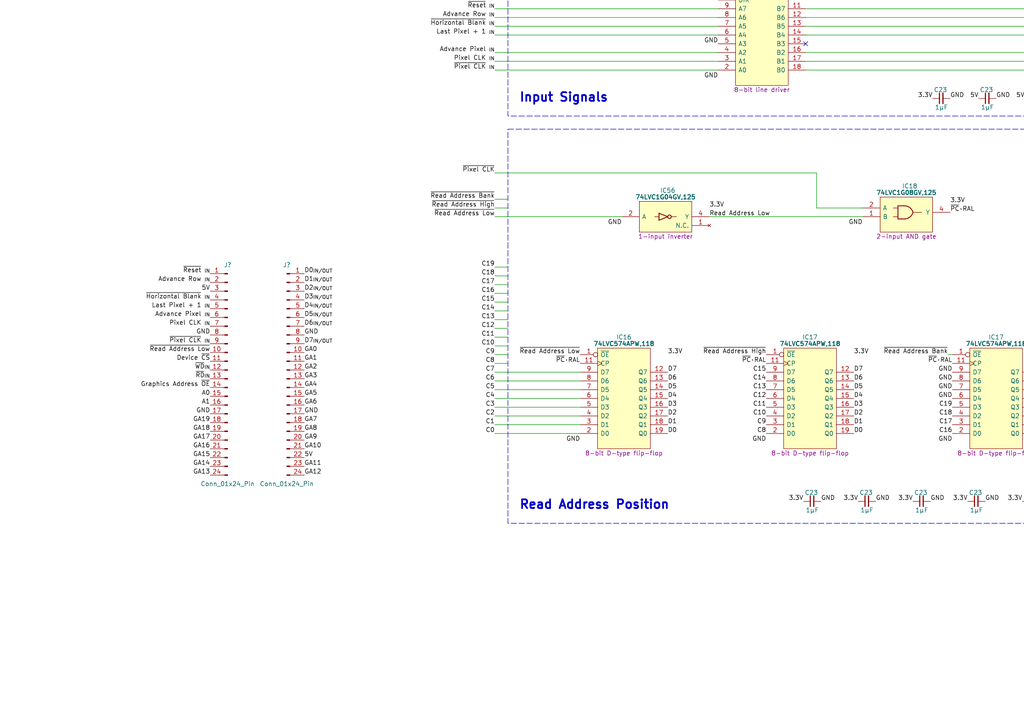
<source format=kicad_sch>
(kicad_sch (version 20230121) (generator eeschema)
  (paper "A4")
  (junction (at 659.765 121.285))
  (junction (at 247.65 -45.72))
  (junction (at 278.13 -38.1))
  (junction (at 279.4 -35.56))
  (junction (at 246.38 -48.26))
  (junction (at 630.555 121.285))
  (junction (at 275.59 -43.18))
  (junction (at 276.86 -40.64))
  (junction (at 245.11 -50.8))
  (junction (at 243.84 -53.34))
  (no_connect (at 445.77 120.65))
  (no_connect (at 471.805 -103.505))
  (no_connect (at 445.77 113.03))
  (no_connect (at 651.51 -12.065))
  (no_connect (at 651.51 -60.325))
  (no_connect (at 655.955 126.365))
  (no_connect (at 233.68 12.7))
  (no_connect (at 499.11 130.81))
  (no_connect (at 651.51 -57.785))
  (no_connect (at 651.51 -52.705))
  (no_connect (at 445.77 115.57))
  (no_connect (at 709.93 60.325))
  (no_connect (at 445.77 118.11))
  (no_connect (at 651.51 20.955))
  (no_connect (at 709.93 55.245))
  (no_connect (at 709.93 57.785))
  (no_connect (at 651.51 -50.165))
  (no_connect (at 651.51 -55.245))
  (no_connect (at 709.93 52.705))
  (wire (pts (xy 419.735 -117.475) (xy 446.405 -117.475)))
  (wire (pts (xy 556.26 83.185) (xy 560.07 83.185)))
  (wire (pts (xy 276.86 -69.85) (xy 280.67 -69.85)))
  (wire (pts (xy 143.51 97.79) (xy 147.32 97.79)))
  (wire (pts (xy 556.26 85.725) (xy 560.07 85.725)))
  (wire (pts (xy 518.795 9.525) (xy 499.745 9.525)))
  (wire (pts (xy 518.795 89.535) (xy 499.745 89.535)))
  (wire (pts (xy 143.51 -58.42) (xy 208.28 -58.42)))
  (wire (pts (xy 236.855 50.165) (xy 236.855 60.325)))
  (wire (pts (xy 556.26 4.445) (xy 626.11 4.445)))
  (wire (pts (xy 312.42 118.11) (xy 301.625 118.11)))
  (wire (pts (xy 247.65 -64.77) (xy 248.92 -64.77)))
  (wire (pts (xy 615.315 126.365) (xy 616.585 126.365)))
  (wire (pts (xy 143.51 110.49) (xy 168.275 110.49)))
  (wire (pts (xy 575.31 40.005) (xy 575.31 47.625)))
  (wire (pts (xy 349.885 -26.67) (xy 353.695 -26.67)))
  (wire (pts (xy 556.26 93.345) (xy 560.07 93.345)))
  (wire (pts (xy 233.68 -35.56) (xy 279.4 -35.56)))
  (wire (pts (xy 575.31 47.625) (xy 576.58 47.625)))
  (wire (pts (xy 721.36 90.805) (xy 725.17 90.805)))
  (wire (pts (xy 556.26 50.165) (xy 560.07 50.165)))
  (wire (pts (xy 518.795 81.915) (xy 499.745 81.915)))
  (wire (pts (xy 312.42 -48.26) (xy 246.38 -48.26)))
  (wire (pts (xy 245.11 -50.8) (xy 312.42 -50.8)))
  (wire (pts (xy 556.26 70.485) (xy 560.07 70.485)))
  (wire (pts (xy 518.795 12.065) (xy 499.745 12.065)))
  (wire (pts (xy 143.51 -38.1) (xy 208.28 -38.1)))
  (wire (pts (xy 349.885 -126.365) (xy 353.695 -126.365)))
  (wire (pts (xy 143.51 125.73) (xy 168.275 125.73)))
  (wire (pts (xy 312.42 17.78) (xy 233.68 17.78)))
  (wire (pts (xy 518.795 45.72) (xy 499.745 45.72)))
  (wire (pts (xy 143.51 60.325) (xy 147.32 60.325)))
  (wire (pts (xy 276.86 -69.85) (xy 276.86 -40.64)))
  (wire (pts (xy 312.42 20.32) (xy 233.68 20.32)))
  (wire (pts (xy 143.51 20.32) (xy 208.28 20.32)))
  (wire (pts (xy 556.26 -70.485) (xy 626.11 -70.485)))
  (wire (pts (xy 312.42 125.73) (xy 301.625 125.73)))
  (wire (pts (xy 556.26 55.245) (xy 560.07 55.245)))
  (wire (pts (xy 518.795 -21.59) (xy 499.745 -21.59)))
  (wire (pts (xy 143.51 -19.05) (xy 208.28 -19.05)))
  (wire (pts (xy 574.04 50.165) (xy 576.58 50.165)))
  (wire (pts (xy 143.51 57.785) (xy 147.32 57.785)))
  (wire (pts (xy 143.51 120.65) (xy 168.275 120.65)))
  (wire (pts (xy 353.695 -3.81) (xy 349.885 -3.81)))
  (wire (pts (xy 312.42 10.16) (xy 233.68 10.16)))
  (wire (pts (xy 143.51 17.78) (xy 208.28 17.78)))
  (wire (pts (xy 312.42 115.57) (xy 301.625 115.57)))
  (wire (pts (xy 721.36 65.405) (xy 725.17 65.405)))
  (wire (pts (xy 721.36 47.625) (xy 725.17 47.625)))
  (wire (pts (xy 279.4 -64.77) (xy 280.67 -64.77)))
  (wire (pts (xy 276.86 -40.64) (xy 312.42 -40.64)))
  (wire (pts (xy 312.42 113.03) (xy 301.625 113.03)))
  (wire (pts (xy 143.51 -16.51) (xy 208.28 -16.51)))
  (wire (pts (xy 556.26 88.265) (xy 560.07 88.265)))
  (wire (pts (xy 248.92 -69.85) (xy 245.11 -69.85)))
  (wire (pts (xy 514.985 -123.825) (xy 518.795 -123.825)))
  (wire (pts (xy 143.51 50.165) (xy 236.855 50.165)))
  (wire (pts (xy 143.51 123.19) (xy 168.275 123.19)))
  (wire (pts (xy 275.59 -72.39) (xy 280.67 -72.39)))
  (wire (pts (xy 349.885 -31.75) (xy 353.695 -31.75)))
  (wire (pts (xy 659.765 126.365) (xy 659.765 121.285)))
  (wire (pts (xy 721.36 83.185) (xy 725.17 83.185)))
  (wire (pts (xy 349.885 -16.51) (xy 353.695 -16.51)))
  (wire (pts (xy 721.36 60.325) (xy 725.17 60.325)))
  (wire (pts (xy 233.68 -48.26) (xy 246.38 -48.26)))
  (wire (pts (xy 143.51 -45.72) (xy 208.28 -45.72)))
  (wire (pts (xy 143.51 87.63) (xy 147.32 87.63)))
  (wire (pts (xy 349.885 -34.29) (xy 353.695 -34.29)))
  (wire (pts (xy 312.42 -35.56) (xy 279.4 -35.56)))
  (wire (pts (xy 143.51 85.09) (xy 147.32 85.09)))
  (wire (pts (xy 312.42 120.65) (xy 301.625 120.65)))
  (wire (pts (xy 233.68 -45.72) (xy 247.65 -45.72)))
  (wire (pts (xy 518.795 53.34) (xy 499.745 53.34)))
  (wire (pts (xy 248.92 -72.39) (xy 243.84 -72.39)))
  (wire (pts (xy 143.51 10.16) (xy 208.28 10.16)))
  (wire (pts (xy 233.68 -19.05) (xy 312.42 -19.05)))
  (wire (pts (xy 349.885 -39.37) (xy 353.695 -39.37)))
  (wire (pts (xy 556.26 67.945) (xy 560.07 67.945)))
  (wire (pts (xy 721.36 88.265) (xy 725.17 88.265)))
  (wire (pts (xy 143.51 7.62) (xy 208.28 7.62)))
  (wire (pts (xy 518.795 17.145) (xy 499.745 17.145)))
  (wire (pts (xy 236.855 60.325) (xy 250.19 60.325)))
  (wire (pts (xy 349.885 -121.285) (xy 353.695 -121.285)))
  (wire (pts (xy 280.67 -67.31) (xy 278.13 -67.31)))
  (wire (pts (xy 518.795 -19.05) (xy 499.745 -19.05)))
  (wire (pts (xy 556.26 65.405) (xy 560.07 65.405)))
  (wire (pts (xy 143.51 2.54) (xy 208.28 2.54)))
  (wire (pts (xy 556.26 60.325) (xy 560.07 60.325)))
  (wire (pts (xy 518.795 84.455) (xy 499.745 84.455)))
  (wire (pts (xy 615.315 121.285) (xy 615.315 126.365)))
  (wire (pts (xy 514.985 -128.905) (xy 518.795 -128.905)))
  (wire (pts (xy 143.51 100.33) (xy 147.32 100.33)))
  (wire (pts (xy 721.36 75.565) (xy 725.17 75.565)))
  (wire (pts (xy 143.51 -43.18) (xy 208.28 -43.18)))
  (wire (pts (xy 353.695 -6.35) (xy 349.885 -6.35)))
  (wire (pts (xy 245.11 -69.85) (xy 245.11 -50.8)))
  (wire (pts (xy 349.885 -118.745) (xy 353.695 -118.745)))
  (wire (pts (xy 143.51 -53.34) (xy 208.28 -53.34)))
  (wire (pts (xy 275.59 -72.39) (xy 275.59 -43.18)))
  (wire (pts (xy 721.36 73.025) (xy 725.17 73.025)))
  (wire (pts (xy 721.36 55.245) (xy 725.17 55.245)))
  (wire (pts (xy 556.26 -57.785) (xy 626.11 -57.785)))
  (wire (pts (xy 205.74 62.865) (xy 250.19 62.865)))
  (wire (pts (xy 349.885 -19.05) (xy 353.695 -19.05)))
  (wire (pts (xy 143.51 62.865) (xy 180.34 62.865)))
  (wire (pts (xy 556.26 40.005) (xy 575.31 40.005)))
  (wire (pts (xy 721.36 67.945) (xy 725.17 67.945)))
  (wire (pts (xy 721.36 80.645) (xy 725.17 80.645)))
  (wire (pts (xy 556.26 90.805) (xy 560.07 90.805)))
  (wire (pts (xy 556.26 42.545) (xy 574.04 42.545)))
  (wire (pts (xy 233.68 -50.8) (xy 245.11 -50.8)))
  (wire (pts (xy 349.885 -128.905) (xy 353.695 -128.905)))
  (wire (pts (xy 233.68 -40.64) (xy 276.86 -40.64)))
  (wire (pts (xy 349.885 1.27) (xy 353.695 1.27)))
  (wire (pts (xy 143.51 107.95) (xy 168.275 107.95)))
  (wire (pts (xy 655.955 121.285) (xy 659.765 121.285)))
  (wire (pts (xy 312.42 -38.1) (xy 278.13 -38.1)))
  (wire (pts (xy 143.51 -48.26) (xy 208.28 -48.26)))
  (wire (pts (xy 721.36 78.105) (xy 725.17 78.105)))
  (wire (pts (xy 312.42 5.08) (xy 233.68 5.08)))
  (wire (pts (xy 518.16 125.73) (xy 499.11 125.73)))
  (wire (pts (xy 233.68 -53.34) (xy 243.84 -53.34)))
  (wire (pts (xy 233.68 -43.18) (xy 275.59 -43.18)))
  (wire (pts (xy 721.36 50.165) (xy 725.17 50.165)))
  (wire (pts (xy 233.68 -38.1) (xy 278.13 -38.1)))
  (wire (pts (xy 721.36 93.345) (xy 725.17 93.345)))
  (wire (pts (xy 556.26 -55.245) (xy 626.11 -55.245)))
  (wire (pts (xy 556.26 52.705) (xy 560.07 52.705)))
  (wire (pts (xy 243.84 -53.34) (xy 312.42 -53.34)))
  (wire (pts (xy 143.51 5.08) (xy 208.28 5.08)))
  (wire (pts (xy 721.36 62.865) (xy 725.17 62.865)))
  (wire (pts (xy 721.36 57.785) (xy 725.17 57.785)))
  (wire (pts (xy 243.84 -72.39) (xy 243.84 -53.34)))
  (wire (pts (xy 556.26 73.025) (xy 560.07 73.025)))
  (wire (pts (xy 143.51 -35.56) (xy 208.28 -35.56)))
  (wire (pts (xy 349.885 -36.83) (xy 353.695 -36.83)))
  (wire (pts (xy 143.51 77.47) (xy 147.32 77.47)))
  (wire (pts (xy 349.885 -24.13) (xy 353.695 -24.13)))
  (wire (pts (xy 518.16 120.65) (xy 499.11 120.65)))
  (wire (pts (xy 279.4 -64.77) (xy 279.4 -35.56)))
  (wire (pts (xy 556.26 78.105) (xy 560.07 78.105)))
  (wire (pts (xy 233.68 -16.51) (xy 312.42 -16.51)))
  (wire (pts (xy 721.36 45.085) (xy 725.17 45.085)))
  (wire (pts (xy 143.51 80.01) (xy 147.32 80.01)))
  (wire (pts (xy 349.885 -123.825) (xy 353.695 -123.825)))
  (wire (pts (xy 574.04 42.545) (xy 574.04 50.165)))
  (wire (pts (xy 556.26 47.625) (xy 560.07 47.625)))
  (wire (pts (xy 518.795 50.8) (xy 499.745 50.8)))
  (wire (pts (xy 143.51 15.24) (xy 208.28 15.24)))
  (wire (pts (xy 143.51 95.25) (xy 147.32 95.25)))
  (wire (pts (xy 247.65 -64.77) (xy 247.65 -45.72)))
  (wire (pts (xy 143.51 102.87) (xy 147.32 102.87)))
  (wire (pts (xy 143.51 115.57) (xy 168.275 115.57)))
  (wire (pts (xy 721.36 52.705) (xy 725.17 52.705)))
  (wire (pts (xy 312.42 7.62) (xy 233.68 7.62)))
  (wire (pts (xy 246.38 -67.31) (xy 248.92 -67.31)))
  (wire (pts (xy 312.42 15.24) (xy 233.68 15.24)))
  (wire (pts (xy 143.51 82.55) (xy 147.32 82.55)))
  (wire (pts (xy 143.51 113.03) (xy 168.275 113.03)))
  (wire (pts (xy 556.26 62.865) (xy 560.07 62.865)))
  (wire (pts (xy 518.795 14.605) (xy 499.745 14.605)))
  (wire (pts (xy 312.42 110.49) (xy 301.625 110.49)))
  (wire (pts (xy 312.42 -45.72) (xy 247.65 -45.72)))
  (wire (pts (xy 143.51 -40.64) (xy 208.28 -40.64)))
  (wire (pts (xy 556.26 80.645) (xy 560.07 80.645)))
  (wire (pts (xy 349.885 -29.21) (xy 353.695 -29.21)))
  (wire (pts (xy 143.51 105.41) (xy 147.32 105.41)))
  (wire (pts (xy 143.51 90.17) (xy 147.32 90.17)))
  (wire (pts (xy 312.42 2.54) (xy 233.68 2.54)))
  (wire (pts (xy 518.795 -26.67) (xy 499.745 -26.67)))
  (wire (pts (xy 312.42 107.95) (xy 301.625 107.95)))
  (wire (pts (xy 312.42 123.19) (xy 301.625 123.19)))
  (wire (pts (xy 518.795 -24.13) (xy 499.745 -24.13)))
  (wire (pts (xy 349.885 -13.97) (xy 353.695 -13.97)))
  (wire (pts (xy 556.26 45.085) (xy 560.07 45.085)))
  (wire (pts (xy 275.59 -43.18) (xy 312.42 -43.18)))
  (wire (pts (xy 143.51 92.71) (xy 147.32 92.71)))
  (wire (pts (xy 246.38 -67.31) (xy 246.38 -48.26)))
  (wire (pts (xy 518.795 86.995) (xy 499.745 86.995)))
  (wire (pts (xy 659.765 121.285) (xy 664.845 121.285)))
  (wire (pts (xy 349.885 -21.59) (xy 353.695 -21.59)))
  (wire (pts (xy 278.13 -67.31) (xy 278.13 -38.1)))
  (wire (pts (xy 353.695 -8.89) (xy 349.885 -8.89)))
  (wire (pts (xy 274.955 102.87) (xy 276.225 102.87)))
  (wire (pts (xy 721.36 85.725) (xy 725.17 85.725)))
  (wire (pts (xy 630.555 121.285) (xy 630.555 123.825)))
  (wire (pts (xy 143.51 118.11) (xy 168.275 118.11)))
  (wire (pts (xy 518.16 118.11) (xy 499.11 118.11)))
  (wire (pts (xy 556.26 -26.035) (xy 626.11 -26.035)))
  (wire (pts (xy 721.36 70.485) (xy 725.17 70.485)))
  (wire (pts (xy 518.795 48.26) (xy 499.745 48.26)))
  (wire (pts (xy 143.51 -55.88) (xy 208.28 -55.88)))
  (wire (pts (xy 349.885 6.35) (xy 353.695 6.35)))
  (wire (pts (xy 518.16 123.19) (xy 499.11 123.19)))
  (wire (pts (xy 556.26 57.785) (xy 560.07 57.785)))
  (wire (pts (xy 615.315 121.285) (xy 630.555 121.285)))
  (wire (pts (xy 349.885 3.81) (xy 353.695 3.81)))
  (wire (pts (xy 514.985 -126.365) (xy 518.795 -126.365)))
  (wire (pts (xy 143.51 -50.8) (xy 208.28 -50.8)))
  (wire (pts (xy 556.26 75.565) (xy 560.07 75.565)))
  (rectangle (start 560.07 -80.645) (end 721.36 33.655) (stroke (width 0) (type dash)))
  (rectangle (start 147.32 -80.645) (end 308.61 33.655) (stroke (width 0) (type dash)))
  (rectangle (start 353.695 -140.335) (end 514.985 -85.09) (stroke (width 0) (type dash)))
  (rectangle (start 353.695 -80.645) (end 514.985 152.4) (stroke (width 0) (type dash)))
  (rectangle (start 560.07 38.1) (end 721.36 93.345) (stroke (width 0) (type dash)))
  (rectangle (start 147.32 37.465) (end 308.61 151.765) (stroke (width 0) (type dash)))
  (rectangle (start 560.07 97.155) (end 721.36 152.4) (stroke (width 0) (type dash)))
  (text "Address Counter" (at 357.505 147.955 0) (effects (font (size 2.54 2.54) (thickness 0.508) bold) (justify left bottom)))
  (text "Read Address Position" (at 150.495 147.955 0) (effects (font (size 2.54 2.54) (thickness 0.508) bold) (justify left bottom)))
  (text "Power" (at 562.61 149.225 0) (effects (font (size 2.54 2.54) (thickness 0.508) bold) (justify left bottom)))
  (text "Device Select" (at 561.975 32.385 0) (effects (font (size 2.54 2.54) (thickness 0.508) bold) (justify left bottom)))
  (text "Input Signals" (at 150.495 29.845 0) (effects (font (size 2.54 2.54) (thickness 0.508) bold) (justify left bottom)))
  (text "Output Signals" (at 562.61 90.17 0) (effects (font (size 2.54 2.54) (thickness 0.508) bold) (justify left bottom)))
  (label "D3" (at 312.42 118.11 0))
  (label "GA6" (at 601.98 55.245 0))
  (label "L2" (at 403.225 -21.59 0))
  (label "GND" (at 684.53 52.705 180))
  (label "Write Address Low" (at 349.885 -34.29 180))
  (label "GND" (at 377.825 133.35 180))
  (label "D3" (at 377.825 50.8 180))
  (label "C16" (at 556.26 52.705 180))
  (label "GND" (at 302.26 28.575 0))
  (label "GA18" (at 709.93 65.405 0))
  (label "GA14" (at 655.955 55.245 0))
  (label "3.3V" (at 280.67 145.415 180))
  (label "Pixel CLK" (at 473.71 115.57 180))
  (label "TC_{0..3}" (at 474.345 19.685 180))
  (label "~{Pixel CLK} _{IN}" (at 60.96 99.695 180))
  (label "C13" (at 518.795 84.455 0))
  (label "3.3V" (at 499.11 110.49 0))
  (label "GA19" (at 60.96 122.555 180))
  (label "C16" (at 143.51 85.09 180))
  (label "L19" (at 403.225 125.73 0))
  (label "~{WD}_{IN}" (at 143.51 -19.05 180))
  (label "D6" (at 349.885 -29.21 180))
  (label "Pixel CLK _{IN}" (at 60.96 94.615 180))
  (label "TC_{12..15}" (at 499.745 94.615 0))
  (label "L10" (at 421.005 53.34 180))
  (label "L7" (at 421.005 -31.75 180))
  (label "C7" (at 556.26 75.565 180))
  (label "Advance Row" (at 394.335 -116.205 180))
  (label "Latch High" (at 518.795 -126.365 0))
  (label "~{Pixel CLK}" (at 556.26 42.545 180))
  (label "3.3V" (at 300.99 -64.77 0))
  (label "C0" (at 143.51 125.73 180))
  (label "C12" (at 518.795 81.915 0))
  (label "L12" (at 421.005 48.26 180))
  (label "GA11" (at 88.265 135.255 0))
  (label "~{RD}" (at 626.11 9.525 180))
  (label "Pixel CLK _{IN}" (at 143.51 17.78 180))
  (label "L10" (at 403.225 50.8 0))
  (label "D3_{IN{slash}OUT}" (at 143.51 -43.18 180))
  (label "GND" (at 445.77 11.43 0))
  (label "LC5" (at 446.405 -26.67 0))
  (label "~{Pixel CLK}" (at 630.555 50.165 180))
  (label "Advance Row _{IN}" (at 143.51 5.08 180))
  (label "GND" (at 208.28 -13.97 180))
  (label "~{Reset}" (at 474.345 1.905 180))
  (label "3.3V" (at 446.405 35.56 0))
  (label "GND" (at 420.37 120.65 180))
  (label "LC16" (at 445.77 130.81 0))
  (label "C9" (at 143.51 102.87 180))
  (label "D4" (at 247.65 115.57 0))
  (label "L19" (at 420.37 123.19 180))
  (label "3.3V" (at 445.77 107.95 0))
  (label "C14" (at 222.25 110.49 180))
  (label "GA15" (at 60.96 132.715 180))
  (label "D4_{IN{slash}OUT}" (at 143.51 -45.72 180))
  (label "~{Pixel CLK} _{IN}" (at 143.51 20.32 180))
  (label "D6_{IN{slash}OUT}" (at 143.51 -50.8 180))
  (label "GND" (at 377.825 71.755 180))
  (label "GA17" (at 60.96 127.635 180))
  (label "GND" (at 473.71 133.35 180))
  (label "L8" (at 403.225 45.72 0))
  (label "GND" (at 60.96 97.155 180))
  (label "GA8" (at 725.17 73.025 0))
  (label "LC11" (at 446.405 50.8 0))
  (label "Pixel CLK" (at 474.345 79.375 180))
  (label "C16" (at 518.16 118.11 0))
  (label "LC14" (at 474.345 86.995 180))
  (label "~{Read Address Bank}" (at 651.51 15.875 0))
  (label "Graphics Address ~{OE}" (at 556.26 40.005 180))
  (label "D3_{IN{slash}OUT}" (at 88.265 86.995 0))
  (label "3.3V" (at 503.555 146.685 180))
  (label "C14" (at 630.555 55.245 180))
  (label "C16" (at 377.825 113.03 180))
  (label "LC0" (at 446.405 -13.97 0))
  (label "D1" (at 312.42 -38.1 0))
  (label "GND" (at 420.37 118.11 180))
  (label "D6" (at 377.825 89.535 180))
  (label "TC_{12..15}" (at 473.71 130.81 180))
  (label "TC_{4..7}" (at 474.345 58.42 180))
  (label "GA10" (at 88.265 130.175 0))
  (label "GND" (at 421.005 35.56 180))
  (label "GA15" (at 655.955 52.705 0))
  (label "TC_{0..3}" (at 474.345 92.075 180))
  (label "GA16" (at 60.96 130.175 180))
  (label "D3" (at 193.675 118.11 0))
  (label "GA17" (at 725.17 50.165 0))
  (label "LC19" (at 473.71 125.73 180))
  (label "L16" (at 403.225 118.11 0))
  (label "3.3V" (at 499.745 1.905 0))
  (label "D1" (at 193.675 123.19 0))
  (label "C8" (at 630.555 70.485 180))
  (label "~{Read Address Low}" (at 60.96 102.235 180))
  (label "C14" (at 556.26 57.785 180))
  (label "Latch High" (at 349.885 -6.35 180))
  (label "GND" (at 208.28 22.86 180))
  (label "GND" (at 377.825 97.155 180))
  (label "GND" (at 445.77 85.09 0))
  (label "C2" (at 518.795 -21.59 0))
  (label "D1_{IN{slash}OUT}" (at 143.51 -38.1 180))
  (label "GND" (at 208.28 12.7 180))
  (label "GND" (at 276.225 128.27 180))
  (label "C15" (at 222.25 107.95 180))
  (label "GND" (at 250.19 65.405 180))
  (label "C17" (at 377.825 115.57 180))
  (label "C3" (at 576.58 62.865 180))
  (label "Graphics Address ~{OE}" (at 60.96 112.395 180))
  (label "C13" (at 143.51 92.71 180))
  (label "Latch High" (at 471.805 -113.665 0))
  (label "D5_{IN{slash}OUT}" (at 143.51 -48.26 180))
  (label "GA3" (at 725.17 85.725 0))
  (label "GA16" (at 709.93 70.485 0))
  (label "LC10" (at 446.405 53.34 0))
  (label "D2_{IN{slash}OUT}" (at 88.265 84.455 0))
  (label "Latch Low" (at 518.795 -128.905 0))
  (label "C13" (at 630.555 57.785 180))
  (label "~{Horizontal Blank} _{IN}" (at 143.51 7.62 180))
  (label "C2" (at 576.58 65.405 180))
  (label "3.3V" (at 651.51 -29.845 0))
  (label "LC2" (at 474.345 -21.59 180))
  (label "Address High ~{CS}" (at 651.51 -65.405 0))
  (label "GND" (at 88.265 120.015 0))
  (label "GA4" (at 601.98 60.325 0))
  (label "D3" (at 247.65 118.11 0))
  (label "C1" (at 143.51 123.19 180))
  (label "LC5" (at 474.345 12.065 180))
  (label "GND" (at 699.135 88.265 0))
  (label "GA8" (at 88.265 125.095 0))
  (label "C3" (at 556.26 85.725 180))
  (label "LC4" (at 474.345 9.525 180))
  (label "L18" (at 403.225 123.19 0))
  (label "Device ~{CS}" (at 556.26 -70.485 180))
  (label "GA12" (at 88.265 137.795 0))
  (label "C5" (at 377.825 6.985 180))
  (label "3.3V" (at 651.51 -70.485 0))
  (label "~{Pixel CLK}" (at 143.51 50.165 180))
  (label "A0" (at 556.26 -55.245 180))
  (label "3.3V" (at 424.815 85.09 180))
  (label "3.3V" (at 694.055 88.265 180))
  (label "3.3V" (at 664.845 121.285 0))
  (label "C9" (at 222.25 123.19 180))
  (label "C5" (at 143.51 113.03 180))
  (label "5V" (at 60.96 84.455 180))
  (label "D3" (at 312.42 -43.18 0))
  (label "~{RD}" (at 626.11 22.225 180))
  (label "C12" (at 143.51 95.25 180))
  (label "C6" (at 556.26 78.105 180))
  (label "C7" (at 518.795 17.145 0))
  (label "Read Address Low" (at 205.74 62.865 0))
  (label "LC17" (at 473.71 120.65 180))
  (label "C17" (at 556.26 50.165 180))
  (label "~{RD}" (at 143.51 -55.88 180))
  (label "GA9" (at 88.265 127.635 0))
  (label "C11" (at 143.51 97.79 180))
  (label "GA12" (at 655.955 60.325 0))
  (label "GND" (at 429.895 85.09 0))
  (label "~{Reset}" (at 474.345 74.295 180))
  (label "GA0" (at 725.17 93.345 0))
  (label "D0" (at 377.825 -13.97 180))
  (label "L17" (at 420.37 128.27 180))
  (label "3.3V" (at 300.99 -69.85 0))
  (label "C19" (at 276.225 118.11 180))
  (label "D7_{IN{slash}OUT}" (at 88.265 99.695 0))
  (label "GA12" (at 725.17 62.865 0))
  (label "D2" (at 349.885 -19.05 180))
  (label "3.3V" (at 473.075 146.685 180))
  (label "~{Horizontal Blank} _{IN}" (at 60.96 86.995 180))
  (label "C10" (at 377.825 45.72 180))
  (label "Write Address Low" (at 349.885 -123.825 180))
  (label "3.3V" (at 403.225 107.95 0))
  (label "LC1" (at 474.345 -24.13 180))
  (label "3.3V" (at 424.815 11.43 180))
  (label "3.3V" (at 499.745 38.1 0))
  (label "5V" (at 615.315 121.285 180))
  (label "L18" (at 420.37 125.73 180))
  (label "Latch Low" (at 421.005 -34.29 180))
  (label "GA2" (at 725.17 88.265 0))
  (label "3.3V" (at 233.68 -21.59 0))
  (label "GND" (at 683.26 88.265 0))
  (label "LC3" (at 446.405 -21.59 0))
  (label "~{WD}" (at 556.26 -26.035 180))
  (label "C9" (at 630.555 67.945 180))
  (label "3.3V" (at 275.59 59.055 0))
  (label "LC11" (at 474.345 53.34 180))
  (label "~{WD}" (at 312.42 -19.05 0))
  (label "C4" (at 377.825 4.445 180))
  (label "Address Low ~{CS}" (at 626.11 6.985 180))
  (label "D0" (at 193.675 125.73 0))
  (label "GND" (at 377.825 35.56 180))
  (label "C19" (at 143.51 77.47 180))
  (label "D1" (at 377.825 55.88 180))
  (label "C8" (at 377.825 40.64 180))
  (label "C2" (at 143.51 120.65 180))
  (label "GA6" (at 88.265 117.475 0))
  (label "Write Address Bank" (at 349.885 -39.37 180))
  (label "3.3V" (at 474.345 22.225 180))
  (label "GND" (at 621.665 126.365 0))
  (label "L5" (at 421.005 -26.67 180))
  (label "3.3V" (at 440.69 85.09 180))
  (label "GND" (at 60.96 120.015 180))
  (label "Latch High" (at 421.005 38.1 180))
  (label "D6" (at 377.825 17.145 180))
  (label "3.3V" (at 424.815 76.835 180))
  (label "3.3V" (at 678.18 28.575 180))
  (label "C12" (at 222.25 115.57 180))
  (label "GA9" (at 725.17 70.485 0))
  (label "GND" (at 474.345 97.155 180))
  (label "~{Horizontal Blank}" (at 474.345 76.835 180))
  (label "D2" (at 193.675 120.65 0))
  (label "Graphics Address ~{OE}" (at 684.53 47.625 180))
  (label "LC9" (at 474.345 48.26 180))
  (label "3.3V" (at 247.65 102.87 0))
  (label "C11" (at 630.555 62.865 180))
  (label "5V" (at 233.68 -58.42 0))
  (label "D5" (at 349.885 -26.67 180))
  (label "GND" (at 445.77 76.835 0))
  (label "L14" (at 421.005 43.18 180))
  (label "GND" (at 377.825 24.765 180))
  (label "Advance Pixel _{IN}" (at 143.51 15.24 180))
  (label "Advance Row" (at 349.885 -121.285 180))
  (label "C10" (at 630.555 65.405 180))
  (label "~{Reset}" (at 474.345 38.1 180))
  (label "3.3V" (at 403.225 35.56 0))
  (label "GND" (at 394.335 -113.665 180))
  (label "TC_{8..11}" (at 499.745 58.42 0))
  (label "C15" (at 377.825 84.455 180))
  (label "C19" (at 684.53 62.865 180))
  (label "C8" (at 222.25 125.73 180))
  (label "Write Address Low" (at 446.405 -120.015 180))
  (label "C16" (at 684.53 70.485 180))
  (label "LC6" (at 446.405 -29.21 0))
  (label "3.3V" (at 440.69 3.175 180))
  (label "Graphics Address ~{OE}" (at 630.555 47.625 180))
  (label "~{Read Address High}" (at 651.51 10.795 0))
  (label "D4" (at 349.885 -24.13 180))
  (label "D7" (at 193.675 107.95 0))
  (label "GA9" (at 655.955 67.945 0))
  (label "C15" (at 556.26 55.245 180))
  (label "Last Pixel + 1 _{IN}" (at 60.96 89.535 180))
  (label "Advance Pixel _{IN}" (at 60.96 92.075 180))
  (label "Write Address Low" (at 377.825 1.905 180))
  (label "Write Address High" (at 377.825 38.1 180))
  (label "GND" (at 493.395 146.685 0))
  (label "C17" (at 276.225 123.19 180))
  (label "3.3V" (at 296.545 145.415 180))
  (label "GND" (at 446.405 -104.775 180))
  (label "C12" (at 377.825 76.835 180))
  (label "D5" (at 377.825 92.075 180))
  (label "LC13" (at 446.405 45.72 0))
  (label "LC12" (at 446.405 48.26 0))
  (label "GND" (at 288.925 28.575 0))
  (label "D1" (at 377.825 -16.51 180))
  (label "D1" (at 349.885 -16.51 180))
  (label "GND" (at 445.77 3.175 0))
  (label "D3" (at 377.825 123.19 180))
  (label "3.3V" (at 655.955 47.625 0))
  (label "L0" (at 403.225 -26.67 0))
  (label "GND" (at 699.135 28.575 0))
  (label "Device ~{CS}" (at 143.51 -58.42 180))
  (label "D4_{IN{slash}OUT}" (at 88.265 89.535 0))
  (label "3.3V" (at 301.625 102.87 0))
  (label "GA1" (at 601.98 67.945 0))
  (label "5V" (at 88.265 132.715 0))
  (label "L2" (at 421.005 -19.05 180))
  (label "3.3V" (at 678.18 88.265 180))
  (label "C11" (at 377.825 48.26 180))
  (label "GND" (at 626.11 -60.325 180))
  (label "D5" (at 312.42 -48.26 0))
  (label "~{PC}·RAL" (at 275.59 61.595 0))
  (label "3.3V" (at 601.98 47.625 0))
  (label "3.3V" (at 419.735 -120.015 0))
  (label "LP·AR" (at 446.405 -112.395 180))
  (label "D2" (at 312.42 -40.64 0))
  (label "Latch Low" (at 349.885 -8.89 180))
  (label "C19" (at 556.26 45.085 180))
  (label "GND" (at 421.005 -36.83 180))
  (label "D2" (at 377.825 125.73 180))
  (label "C4" (at 556.26 83.185 180))
  (label "C13" (at 377.825 79.375 180))
  (label "~{PC}·RAL" (at 276.225 105.41 180))
  (label "GA1" (at 725.17 90.805 0))
  (label "D5" (at 312.42 113.03 0))
  (label "GA19" (at 725.17 45.085 0))
  (label "D5_{IN{slash}OUT}" (at 88.265 92.075 0))
  (label "LP·AR" (at 446.405 -107.315 180))
  (label "L6" (at 403.225 14.605 0))
  (label "LC6" (at 474.345 14.605 180))
  (label "L13" (at 403.225 84.455 0))
  (label "3.3V" (at 205.74 60.325 0))
  (label "GND" (at 664.845 126.365 0))
  (label "D2" (at 377.825 -19.05 180))
  (label "L3" (at 403.225 -19.05 0))
  (label "GND" (at 222.25 128.27 180))
  (label "C4" (at 518.795 9.525 0))
  (label "C0" (at 576.58 70.485 180))
  (label "GND" (at 301.625 145.415 0))
  (label "~{WD}" (at 626.11 -20.955 180))
  (label "3.3V" (at 440.69 11.43 180))
  (label "3.3V" (at 440.69 19.685 180))
  (label "D4" (at 312.42 -45.72 0))
  (label "D4" (at 312.42 115.57 0))
  (label "LC16" (at 473.71 118.11 180))
  (label "~{Read Address Low}" (at 168.275 102.87 180))
  (label "GND" (at 445.77 19.685 0))
  (label "~{Horizontal Blank}" (at 474.345 -31.75 180))
  (label "3.3V" (at 424.815 19.685 180))
  (label "Advance Pixel" (at 312.42 15.24 0))
  (label "C8" (at 143.51 105.41 180))
  (label "Write Address Bank" (at 446.405 -109.855 180))
  (label "D7" (at 312.42 -53.34 0))
  (label "D1" (at 312.42 123.19 0))
  (label "L15" (at 421.005 40.64 180))
  (label "D3" (at 349.885 -21.59 180))
  (label "C14" (at 143.51 90.17 180))
  (label "GND" (at 276.225 115.57 180))
  (label "L7" (at 403.225 17.145 0))
  (label "Address High ~{CS}" (at 626.11 12.065 180))
  (label "LC8" (at 446.405 58.42 0))
  (label "C0" (at 518.795 -26.67 0))
  (label "~{Horizontal Blank}" (at 312.42 7.62 0))
  (label "GND" (at 269.875 145.415 0))
  (label "Advance Row _{IN}" (at 60.96 81.915 180))
  (label "Write Address High" (at 349.885 -126.365 180))
  (label "3.3V" (at 440.69 93.345 180))
  (label "C17" (at 684.53 67.945 180))
  (label "GA0" (at 601.98 70.485 0))
  (label "C18" (at 143.51 80.01 180))
  (label "D4" (at 377.825 22.225 180))
  (label "Latch Bank" (at 420.37 110.49 180))
  (label "D0" (at 247.65 125.73 0))
  (label "Latch Bank" (at 471.805 -108.585 0))
  (label "~{Horizontal Blank}" (at 349.885 1.27 180))
  (label "GND" (at 474.345 60.96 180))
  (label "D0" (at 377.825 58.42 180))
  (label "Address Bank ~{CS}" (at 626.11 -18.415 180))
  (label "D3" (at 377.825 -21.59 180))
  (label "L14" (at 403.225 86.995 0))
  (label "C9" (at 556.26 70.485 180))
  (label "Pixel CLK" (at 474.345 43.18 180))
  (label "GA13" (at 60.96 137.795 180))
  (label "~{Horizontal Blank}" (at 474.345 4.445 180))
  (label "D1" (at 247.65 123.19 0))
  (label "GA10" (at 725.17 67.945 0))
  (label "L4" (at 403.225 9.525 0))
  (label "C3" (at 518.795 -19.05 0))
  (label "GA14" (at 725.17 57.785 0))
  (label "C18" (at 377.825 118.11 180))
  (label "GND" (at 715.01 88.265 0))
  (label "GA0" (at 88.265 102.235 0))
  (label "D5" (at 193.675 113.03 0))
  (label "D6_{IN{slash}OUT}" (at 88.265 94.615 0))
  (label "Device ~{CS}" (at 60.96 104.775 180))
  (label "D7" (at 312.42 107.95 0))
  (label "Pixel CLK" (at 312.42 17.78 0))
  (label "LC13" (at 474.345 84.455 180))
  (label "5V" (at 208.28 0 180))
  (label "3.3V" (at 270.51 28.575 180))
  (label "GND" (at 88.265 97.155 0))
  (label "LC7" (at 446.405 -31.75 0))
  (label "3.3V" (at 300.99 -67.31 0))
  (label "C1" (at 556.26 90.805 180))
  (label "GND" (at 446.405 -102.235 180))
  (label "3.3V" (at 269.24 -69.85 0))
  (label "~{Horizontal Blank}" (at 474.345 40.64 180))
  (label "LP·AR" (at 419.735 -117.475 0))
  (label "GND" (at 180.34 65.405 180))
  (label "Latch Bank" (at 349.885 -3.81 180))
  (label "GND" (at 684.53 57.785 180))
  (label "TC_{8..11}" (at 474.345 94.615 180))
  (label "C11" (at 222.25 118.11 180))
  (label "GND" (at 285.75 145.415 0))
  (label "A1" (at 556.26 -57.785 180))
  (label "D7" (at 247.65 107.95 0))
  (label "C18" (at 276.225 120.65 180))
  (label "~{WD}" (at 626.11 -10.795 180))
  (label "D2" (at 312.42 120.65 0))
  (label "GA5" (at 88.265 114.935 0))
  (label "D7" (at 377.825 14.605 180))
  (label "GND" (at 276.225 113.03 180))
  (label "D0_{IN{slash}OUT}" (at 88.265 79.375 0))
  (label "Advance Pixel" (at 349.885 3.81 180))
  (label "L11" (at 421.005 50.8 180))
  (label "D2_{IN{slash}OUT}" (at 143.51 -40.64 180))
  (label "D6" (at 312.42 -50.8 0))
  (label "GND" (at 429.895 76.835 0))
  (label "D7_{IN{slash}OUT}" (at 143.51 -53.34 180))
  (label "GND" (at 626.11 19.685 180))
  (label "C10" (at 556.26 67.945 180))
  (label "GND" (at 683.26 28.575 0))
  (label "GND" (at 474.345 24.765 180))
  (label "D0" (at 312.42 125.73 0))
  (label "3.3V" (at 193.675 102.87 0))
  (label "GND" (at 421.005 60.96 180))
  (label "C6" (at 377.825 9.525 180))
  (label "~{Reset}" (at 473.71 110.49 180))
  (label "~{Reset}" (at 474.345 -34.29 180))
  (label "D5" (at 377.825 19.685 180))
  (label "3.3V" (at 403.225 -36.83 0))
  (label "LC14" (at 446.405 43.18 0))
  (label "C7" (at 576.58 52.705 180))
  (label "3.3V" (at 709.93 88.265 180))
  (label "~{Read Address High}" (at 143.51 60.325 180))
  (label "GA7" (at 88.265 122.555 0))
  (label "D2" (at 377.825 53.34 180))
  (label "LC15" (at 474.345 89.535 180))
  (label "C3" (at 143.51 118.11 180))
  (label "Write Address High" (at 651.51 -22.225 0))
  (label "GA19" (at 709.93 62.865 0))
  (label "GA5" (at 601.98 57.785 0))
  (label "GND" (at 168.275 128.27 180))
  (label "D6" (at 247.65 110.49 0))
  (label "L9" (at 421.005 55.88 180))
  (label "~{PC}·RAL" (at 168.275 105.41 180))
  (label "GND" (at 474.345 -11.43 180))
  (label "C5" (at 576.58 57.785 180))
  (label "GA16" (at 725.17 52.705 0))
  (label "~{Horizontal Blank}" (at 473.71 113.03 180))
  (label "5V" (at 297.18 28.575 180))
  (label "5V" (at 283.845 28.575 180))
  (label "~{PC}·RAL" (at 222.25 105.41 180))
  (label "~{Pixel CLK}" (at 312.42 20.32 0))
  (label "LC8" (at 474.345 45.72 180))
  (label "D0_{IN{slash}OUT}" (at 143.51 -35.56 180))
  (label "Last Pixel + 1" (at 349.885 -118.745 180))
  (label "3.3V" (at 269.24 -72.39 0))
  (label "Write Address High" (at 446.405 -114.935 180))
  (label "3.3V" (at 233.045 145.415 180))
  (label "~{RD}" (at 556.26 4.445 180))
  (label "GND" (at 715.01 28.575 0))
  (label "~{Reset} _{IN}" (at 60.96 79.375 180))
  (label "C0" (at 377.825 -31.75 180))
  (label "C14" (at 377.825 81.915 180))
  (label "A0" (at 60.96 114.935 180))
  (label "3.3V" (at 300.99 -72.39 0))
  (label "Write Address High" (at 349.885 -36.83 180))
  (label "Pixel CLK" (at 349.885 6.35 180))
  (label "GND" (at 420.37 107.95 180))
  (label "3.3V" (at 626.11 -65.405 180))
  (label "LC1" (at 446.405 -16.51 0))
  (label "GA10" (at 655.955 65.405 0))
  (label "3.3V" (at 446.405 -36.83 0))
  (label "C18" (at 556.26 47.625 180))
  (label "3.3V" (at 474.345 -13.97 180))
  (label "~{Pixel CLK}" (at 684.53 50.165 180))
  (label "L16" (at 420.37 130.81 180))
  (label "3.3V" (at 248.92 145.415 180))
  (label "L6" (at 421.005 -29.21 180))
  (label "C19" (at 377.825 120.65 180))
  (label "L0" (at 421.005 -13.97 180))
  (label "LC10" (at 474.345 50.8 180))
  (label "C19" (at 518.16 125.73 0))
  (label "Last Pixel + 1" (at 312.42 10.16 0))
  (label "L1" (at 403.225 -24.13 0))
  (label "GA7" (at 725.17 75.565 0))
  (label "GA11" (at 655.955 62.865 0))
  (label "GND" (at 429.895 3.175 0))
  (label "~{RD}_{IN}" (at 143.51 -16.51 180))
  (label "~{Read Address Low}" (at 651.51 5.715 0))
  (label "TC_{0..3}" (at 474.345 55.88 180))
  (label "~{Reset} _{IN}" (at 143.51 2.54 180))
  (label "GA11" (at 725.17 65.405 0))
  (label "GA2" (at 88.265 107.315 0))
  (label "3.3V" (at 651.51 3.175 0))
  (label "LC0" (at 474.345 -26.67 180))
  (label "GND" (at 429.895 11.43 0))
  (label "LC17" (at 445.77 128.27 0))
  (label "LC4" (at 446.405 -24.13 0))
  (label "TC_{0..3}" (at 473.71 128.27 180))
  (label "GND" (at 626.11 24.765 180))
  (label "C17" (at 518.16 120.65 0))
  (label "GA15" (at 725.17 55.245 0))
  (label "GA13" (at 725.17 60.325 0))
  (label "GA3" (at 601.98 62.865 0))
  (label "C5" (at 518.795 12.065 0))
  (label "L5" (at 403.225 12.065 0))
  (label "C17" (at 143.51 82.55 180))
  (label "Last Pixel + 1 _{IN}" (at 143.51 10.16 180))
  (label "GND" (at 420.37 133.35 180))
  (label "~{Read Address Low}" (at 143.51 62.865 180))
  (label "C3" (at 377.825 -24.13 180))
  (label "GA14" (at 60.96 135.255 180))
  (label "5V" (at 233.68 -2.54 0))
  (label "L1" (at 421.005 -16.51 180))
  (label "C13" (at 222.25 113.03 180))
  (label "GA6" (at 725.17 78.105 0))
  (label "C13" (at 556.26 60.325 180))
  (label "GA8" (at 655.955 70.485 0))
  (label "GA13" (at 655.955 57.785 0))
  (label "Write Address Bank" (at 377.825 110.49 180))
  (label "~{Read Address High}" (at 222.25 102.87 180))
  (label "GND" (at 626.11 -8.255 180))
  (label "Write Address Low" (at 377.825 -34.29 180))
  (label "~{Read Address Bank}" (at 143.51 57.785 180))
  (label "Pixel CLK" (at 474.345 6.985 180))
  (label "GND" (at 254 145.415 0))
  (label "C6" (at 143.51 110.49 180))
  (label "C11" (at 518.795 53.34 0))
  (label "D4" (at 377.825 94.615 180))
  (label "LC2" (at 446.405 -19.05 0))
  (label "C14" (at 518.795 86.995 0))
  (label "GA7" (at 601.98 52.705 0))
  (label "~{RD}" (at 626.11 14.605 180))
  (label "L12" (at 403.225 81.915 0))
  (label "GND" (at 446.405 -99.695 180))
  (label "C7" (at 377.825 12.065 180))
  (label "Advance Pixel" (at 474.345 -16.51 180))
  (label "C8" (at 556.26 73.025 180))
  (label "GND" (at 420.37 113.03 180))
  (label "C1" (at 377.825 -29.21 180))
  (label "GND" (at 478.155 146.685 0))
  (label "GND" (at 276.225 107.95 180))
  (label "Address High ~{CS}" (at 626.11 -23.495 180))
  (label "C1" (at 576.58 67.945 180))
  (label "Write Address Bank" (at 349.885 -128.905 180))
  (label "Write Address Bank" (at 651.51 -17.145 0))
  (label "C10" (at 143.51 100.33 180))
  (label "L4" (at 421.005 -24.13 180))
  (label "GND" (at 377.825 107.95 180))
  (label "LC18" (at 445.77 125.73 0))
  (label "LC7" (at 474.345 17.145 180))
  (label "~{WD}_{IN}" (at 60.96 107.315 180))
  (label "L13" (at 421.005 45.72 180))
  (label "GA18" (at 60.96 125.095 180))
  (label "3.3V" (at 424.815 93.345 180))
  (label "GA17" (at 709.93 67.945 0))
  (label "GND" (at 684.53 55.245 180))
  (label "C0" (at 556.26 93.345 180))
  (label "~{WD}" (at 626.11 -15.875 180))
  (label "Address Bank ~{CS}" (at 626.11 17.145 180))
  (label "L3" (at 421.005 -21.59 180))
  (label "GND" (at 420.37 115.57 180))
  (label "D5" (at 247.65 113.03 0))
  (label "L9" (at 403.225 48.26 0))
  (label "3.3V" (at 471.805 -121.285 0))
  (label "C9" (at 377.825 43.18 180))
  (label "3.3V" (at 424.815 3.175 180))
  (label "GND" (at 429.895 93.345 0))
  (label "C15" (at 143.51 87.63 180))
  (label "Write Address Low" (at 651.51 -27.305 0))
  (label "L11" (at 403.225 53.34 0))
  (label "C6" (at 576.58 55.245 180))
  (label "GND" (at 626.11 -13.335 180))
  (label "GND" (at 377.825 -0.635 180))
  (label "3.3V" (at 403.225 71.755 0))
  (label "GA4" (at 88.265 112.395 0))
  (label "GA1" (at 88.265 104.775 0))
  (label "C10" (at 518.795 50.8 0))
  (label "Last Pixel + 1" (at 394.335 -118.745 180))
  (label "C16" (at 276.225 125.73 180))
  (label "C2" (at 377.825 -26.67 180))
  (label "D1_{IN{slash}OUT}" (at 88.265 81.915 0))
  (label "D0" (at 377.825 130.81 180))
  (label "C6" (at 518.795 14.605 0))
  (label "C15" (at 518.795 89.535 0))
  (label "D0" (at 312.42 -35.56 0))
  (label "GA4" (at 725.17 83.185 0))
  (label "3.3V" (at 488.315 146.685 180))
  (label "LC18" (at 473.71 123.19 180))
  (label "C15" (at 630.555 52.705 180))
  (label "A1" (at 60.96 117.475 180))
  (label "TC_{0..3}" (at 499.745 -13.97 0))
  (label "C7" (at 143.51 107.95 180))
  (label "LC3" (at 474.345 -19.05 180))
  (label "LC15" (at 446.405 40.64 0))
  (label "GND" (at 377.825 60.96 180))
  (label "Advance Row" (at 312.42 5.08 0))
  (label "Address Low ~{CS}" (at 626.11 -28.575 180))
  (label "3.3V" (at 499.745 74.295 0))
  (label "GND" (at 429.895 19.685 0))
  (label "C1" (at 518.795 -24.13 0))
  (label "L8" (at 421.005 58.42 180))
  (label "C10" (at 222.25 120.65 180))
  (label "3.3V" (at 403.225 -0.635 0))
  (label "GND" (at 684.53 60.325 180))
  (label "LC19" (at 445.77 123.19 0))
  (label "D4" (at 193.675 115.57 0))
  (label "GA5" (at 725.17 80.645 0))
  (label "Write Address High" (at 377.825 74.295 180))
  (label "GND" (at 377.825 -11.43 180))
  (label "C5" (at 556.26 80.645 180))
  (label "~{Read Address Bank}" (at 274.955 102.87 180))
  (label "~{Reset}" (at 312.42 2.54 0))
  (label "3.3V" (at 709.93 28.575 180))
  (label "GND" (at 445.77 93.345 0))
  (label "GND" (at 626.11 -67.945 180))
  (label "C4" (at 143.51 115.57 180))
  (label "GND" (at 208.28 -33.02 180))
  (label "D1" (at 377.825 128.27 180))
  (label "GND" (at 630.555 126.365 180))
  (label "D7" (at 377.825 86.995 180))
  (label "LC12" (at 474.345 81.915 180))
  (label "GND" (at 626.11 -50.165 180))
  (label "GND" (at 275.59 28.575 0))
  (label "3.3V" (at 694.055 28.575 180))
  (label "GND" (at 508.635 146.685 0))
  (label "3.3V" (at 264.795 145.415 180))
  (label "LC9" (at 446.405 55.88 0))
  (label "Latch Bank" (at 518.795 -123.825 0))
  (label "C12" (at 630.555 60.325 180))
  (label "GND" (at 684.53 73.025 180))
  (label "GA3" (at 88.265 109.855 0))
  (label "Latch Low" (at 471.805 -118.745 0))
  (label "L15" (at 403.225 89.535 0))
  (label "GND" (at 630.555 73.025 180))
  (label "TC_{4..7}" (at 499.745 22.225 0))
  (label "GA18" (at 725.17 47.625 0))
  (label "Address Bank ~{CS}" (at 651.51 -62.865 0))
  (label "C2" (at 556.26 88.265 180))
  (label "Address Low ~{CS}" (at 651.51 -67.945 0))
  (label "GND" (at 421.005 -11.43 180))
  (label "~{RD}" (at 312.42 -16.51 0))
  (label "3.3V" (at 269.24 -67.31 0))
  (label "3.3V" (at 499.745 -34.29 0))
  (label "C12" (at 556.26 62.865 180))
  (label "GND" (at 276.225 110.49 180))
  (label "3.3V" (at 440.69 76.835 180))
  (label "D2" (at 247.65 120.65 0))
  (label "GND" (at 238.125 145.415 0))
  (label "~{RD}_{IN}" (at 60.96 109.855 180))
  (label "D7" (at 349.885 -31.75 180))
  (label "D6" (at 193.675 110.49 0))
  (label "L17" (at 403.225 120.65 0))
  (label "C11" (at 556.26 65.405 180))
  (label "GND" (at 208.28 -2.54 180))
  (label "GND" (at 576.58 73.025 180))
  (label "C18" (at 518.16 123.19 0))
  (label "GND" (at 377.825 -36.83 180))
  (label "C18" (at 684.53 65.405 180))
  (label "D0" (at 349.885 -13.97 180))
  (label "Pixel CLK" (at 474.345 -29.21 180))
  (label "C4" (at 576.58 60.325 180))
  (label "3.3V" (at 269.24 -64.77 0))
  (label "3.3V" (at 709.93 47.625 0))
  (label "D6" (at 312.42 110.49 0))
  (label "C8" (at 518.795 45.72 0))
  (label "C9" (at 518.795 48.26 0))
  (label "GA2" (at 601.98 65.405 0))
  (symbol (lib_id "HCP65:C_0805") (at 424.815 76.835 0) (unit 1)
    (property "Reference" "C23" (at 427.101 74.295 0))
    (property "Value" "1μF" (at 427.355 79.375 0))
    (property "Footprint" "SamacSys_Parts:C_0805" (effects hide))
    (instances (project "Pico Sound" (path "" (reference "C23") (unit 1))) (project "Video Timer" (path "" (reference "C?") (unit 1)) (path "" (reference "C31") (unit 1)) (path "" (reference "C25") (unit 1))))
  )
  (symbol (lib_id "HCP65:C_0805") (at 616.585 126.365 0) (unit 1)
    (property "Reference" "C5" (at 618.871 123.825 0))
    (property "Value" "10µF" (at 616.585 128.905 0) (effects (justify left)))
    (property "Footprint" "SamacSys_Parts:C_0805" (effects hide))
    (instances (project "Pico Sound" (path "" (reference "C5") (unit 1))) (project "Video Timer" (path "" (reference "C1") (unit 1)) (path "" (reference "C19") (unit 1)) (path "" (reference "C7") (unit 1))))
  )
  (symbol (lib_id "Nexperia:74LVC2G34GW,125") (at 208.28 -21.59 0) (unit 1)
    (property "Reference" "IC15" (at 220.98 -26.67 0))
    (property "Value" "74LVC2G34GW,125" (at 220.345 -24.765 0) (effects (font bold)))
    (property "Footprint" "74LVC2G34GW125" (effects hide))
    (property "Datasheet" "https://assets.nexperia.com/documents/data-sheet/74LVC2G34.pdf" (effects hide))
    (property "Description" "2-input buffer" (at 221.615 -10.795 0))
    (property "Height" "1.1" (effects hide))
    (property "Manufacturer_Name" "Nexperia" (effects hide))
    (property "Manufacturer_Part_Number" "74LVC2G34GW,125" (effects hide))
    (property "Mouser Part Number" "771-LVC2G34GW125" (effects hide))
    (property "Silkscreen" "'2G34" (effects hide))
    (instances (project "Video Timer" (path "" (reference "IC15") (unit 1)) (path "" (reference "IC55") (unit 1))))
  )
  (symbol (lib_id "Nexperia:74LVC573APW,118") (at 576.58 47.625 0) (unit 1)
    (property "Reference" "IC16" (at 589.28 42.545 0))
    (property "Value" "74LVC574APW,118" (at 589.28 44.45 0) (effects (font bold)))
    (property "Footprint" "SOP65P640X110-20N" (effects hide))
    (property "Datasheet" "https://assets.nexperia.com/documents/data-sheet/74LVC573A.pdf" (effects hide))
    (property "Description" "8-bit D-type latch" (at 589.28 76.2 0))
    (property "Height" "1.1" (effects hide))
    (property "Manufacturer_Name" "Nexperia" (effects hide))
    (property "Manufacturer_Part_Number" "74LVC573APW,118" (effects hide))
    (property "Mouser Part Number" "771-74LVC573APW-T" (effects hide))
    (property "Mouser Price/Stock" "https://www.mouser.co.uk/ProductDetail/Nexperia/74LVC573APW118/?qs=me8TqzrmIYU4mlL%252B5pgpig%3D%3D" (effects hide))
    (property "Silkscreen" "74LVC573" (effects hide))
    (instances (project "Video Timer" (path "" (reference "IC16") (unit 1)) (path "" (reference "IC51") (unit 1))))
  )
  (symbol (lib_id "HCP65:C_0805") (at 424.815 93.345 0) (unit 1)
    (property "Reference" "C23" (at 427.101 90.805 0))
    (property "Value" "1μF" (at 427.355 95.885 0))
    (property "Footprint" "SamacSys_Parts:C_0805" (effects hide))
    (instances (project "Pico Sound" (path "" (reference "C23") (unit 1))) (project "Video Timer" (path "" (reference "C?") (unit 1)) (path "" (reference "C31") (unit 1)) (path "" (reference "C50") (unit 1))))
  )
  (symbol (lib_id "HCP65:C_0805") (at 709.93 88.265 0) (unit 1)
    (property "Reference" "C23" (at 712.216 85.725 0))
    (property "Value" "1μF" (at 712.47 90.805 0))
    (property "Footprint" "SamacSys_Parts:C_0805" (effects hide))
    (instances (project "Pico Sound" (path "" (reference "C23") (unit 1))) (project "Video Timer" (path "" (reference "C?") (unit 1)) (path "" (reference "C29") (unit 1)) (path "" (reference "C24") (unit 1))))
  )
  (symbol (lib_id "Connector:Conn_01x24_Pin") (at 83.185 107.315 0) (unit 1)
    (property "Reference" "J?" (at 83.185 76.835 0))
    (property "Value" "Conn_01x24_Pin" (at 83.185 140.335 0))
    (instances (project "Video Timer" (path "" (reference "J?") (unit 1)) (path "" (reference "J2") (unit 1)) (path "" (reference "J6") (unit 1))))
  )
  (symbol (lib_id "HCP65:C_0805") (at 296.545 145.415 0) (unit 1)
    (property "Reference" "C23" (at 298.831 142.875 0))
    (property "Value" "1μF" (at 299.085 147.955 0))
    (property "Footprint" "SamacSys_Parts:C_0805" (effects hide))
    (instances (project "Pico Sound" (path "" (reference "C23") (unit 1))) (project "Video Timer" (path "" (reference "C?") (unit 1)) (path "" (reference "C29") (unit 1)) (path "" (reference "C17") (unit 1))))
  )
  (symbol (lib_id "Nexperia:74LVC573APW,118") (at 421.005 35.56 0) (unit 1)
    (property "Reference" "IC25" (at 433.705 30.48 0))
    (property "Value" "74LVC573APW,118" (at 433.705 32.385 0) (effects (font bold)))
    (property "Footprint" "SOP65P640X110-20N" (effects hide))
    (property "Datasheet" "https://assets.nexperia.com/documents/data-sheet/74LVC573A.pdf" (effects hide))
    (property "Description" "8-bit D-type latch" (at 433.705 64.135 0))
    (property "Height" "1.1" (effects hide))
    (property "Mouser Part Number" "771-74LVC573APW-T" (effects hide))
    (property "Mouser Price/Stock" "https://www.mouser.co.uk/ProductDetail/Nexperia/74LVC573APW118/?qs=me8TqzrmIYU4mlL%252B5pgpig%3D%3D" (effects hide))
    (property "Manufacturer_Name" "Nexperia" (effects hide))
    (property "Manufacturer_Part_Number" "74LVC573APW,118" (effects hide))
    (property "Silkscreen" "74LVC573" (effects hide))
  )
  (symbol (lib_id "HCP65:C_0805") (at 440.69 93.345 0) (unit 1)
    (property "Reference" "C23" (at 442.976 90.805 0))
    (property "Value" "1μF" (at 443.23 95.885 0))
    (property "Footprint" "SamacSys_Parts:C_0805" (effects hide))
    (instances (project "Pico Sound" (path "" (reference "C23") (unit 1))) (project "Video Timer" (path "" (reference "C?") (unit 1)) (path "" (reference "C30") (unit 1)) (path "" (reference "C51") (unit 1))))
  )
  (symbol (lib_id "Nexperia:74LVC573APW,118") (at 420.37 107.95 0) (unit 1)
    (property "Reference" "IC30" (at 433.07 102.87 0))
    (property "Value" "74LVC573APW,118" (at 433.07 104.775 0) (effects (font bold)))
    (property "Footprint" "SOP65P640X110-20N" (effects hide))
    (property "Datasheet" "https://assets.nexperia.com/documents/data-sheet/74LVC573A.pdf" (effects hide))
    (property "Description" "8-bit D-type latch" (at 433.07 136.525 0))
    (property "Height" "1.1" (effects hide))
    (property "Mouser Part Number" "771-74LVC573APW-T" (effects hide))
    (property "Mouser Price/Stock" "https://www.mouser.co.uk/ProductDetail/Nexperia/74LVC573APW118/?qs=me8TqzrmIYU4mlL%252B5pgpig%3D%3D" (effects hide))
    (property "Manufacturer_Name" "Nexperia" (effects hide))
    (property "Manufacturer_Part_Number" "74LVC573APW,118" (effects hide))
    (property "Silkscreen" "74LVC573" (effects hide))
  )
  (symbol (lib_id "Nexperia:74LVC157APW,118") (at 377.825 71.755 0) (unit 1)
    (property "Reference" "IC43" (at 390.525 66.675 0))
    (property "Value" "74LVC157APW,118" (at 390.525 68.58 0) (effects (font bold)))
    (property "Footprint" "SOP65P640X110-16N" (effects hide))
    (property "Datasheet" "https://assets.nexperia.com/documents/data-sheet/74LVC157A.pdf" (effects hide))
    (property "Description" "1 of 2 multiplexer" (at 390.525 100.33 0))
    (property "Height" "1.1" (effects hide))
    (property "Mouser Part Number" "771-74LVC157APW-T" (effects hide))
    (property "Mouser Price/Stock" "https://www.mouser.co.uk/ProductDetail/Nexperia/74LVC157APW118?qs=me8TqzrmIYWzCqHfrjyLrQ%3D%3D" (effects hide))
    (property "Manufacturer_Name" "Nexperia" (effects hide))
    (property "Manufacturer_Part_Number" "74LVC157APW,118" (effects hide))
    (property "Silkscreen" "74LVC157" (effects hide))
  )
  (symbol (lib_id "Nexperia:74LVC1G04GV,125") (at 180.34 60.325 0) (unit 1)
    (property "Reference" "IC56" (at 193.675 55.245 0))
    (property "Value" "74LVC1G04GV,125" (at 193.04 57.15 0) (effects (font bold)))
    (property "Footprint" "SOT95P275X110-5N" (effects hide))
    (property "Datasheet" "https://assets.nexperia.com/documents/data-sheet/74LVC1G04.pdf" (effects hide))
    (property "Description" "1-input inverter" (at 193.04 68.58 0))
    (property "Height" "1.1" (effects hide))
    (property "Manufacturer_Name" "Nexperia" (effects hide))
    (property "Manufacturer_Part_Number" "74LVC1G04GV,125" (effects hide))
    (property "Mouser Part Number" "771-74LVC1G04GV" (effects hide))
    (property "Mouser Price/Stock" "https://www.mouser.co.uk/ProductDetail/Nexperia/74LVC1G04GV125?qs=me8TqzrmIYW6McwMAxl%2F9w%3D%3D" (effects hide))
    (property "Silkscreen" "'1G04" (effects hide))
  )
  (symbol (lib_id "Nexperia:74LVC157APW,118") (at 377.825 -0.635 0) (unit 1)
    (property "Reference" "IC45" (at 390.525 -5.715 0))
    (property "Value" "74LVC157APW,118" (at 390.525 -3.81 0) (effects (font bold)))
    (property "Footprint" "SOP65P640X110-16N" (effects hide))
    (property "Datasheet" "https://assets.nexperia.com/documents/data-sheet/74LVC157A.pdf" (effects hide))
    (property "Description" "1 of 2 multiplexer" (at 390.525 27.94 0))
    (property "Height" "1.1" (effects hide))
    (property "Mouser Part Number" "771-74LVC157APW-T" (effects hide))
    (property "Mouser Price/Stock" "https://www.mouser.co.uk/ProductDetail/Nexperia/74LVC157APW118?qs=me8TqzrmIYWzCqHfrjyLrQ%3D%3D" (effects hide))
    (property "Manufacturer_Name" "Nexperia" (effects hide))
    (property "Manufacturer_Part_Number" "74LVC157APW,118" (effects hide))
    (property "Silkscreen" "74LVC157" (effects hide))
  )
  (symbol (lib_id "Diodes_Inc:AP7365-33WG-7") (at 630.555 121.285 0) (unit 1)
    (property "Reference" "IC2" (at 643.255 116.205 0))
    (property "Value" "AP7365-33WG-7" (at 643.255 118.11 0) (effects (font bold)))
    (property "Footprint" "SOT95P285X130-5N" (effects hide))
    (property "Datasheet" "https://componentsearchengine.com/Datasheets/1/AP7365-33WG-7.pdf" (effects hide))
    (property "Description" "3.3V LDO voltage regulator" (at 643.255 129.54 0))
    (property "Height" "1.3" (effects hide))
    (property "Manufacturer_Name" "Diodes Inc." (effects hide))
    (property "Manufacturer_Part_Number" "AP7365-33WG-7" (effects hide))
    (property "Mouser Part Number" "621-AP7365-33WG-7" (effects hide))
    (property "Mouser Price/Stock" "https://www.mouser.co.uk/ProductDetail/Diodes-Incorporated/AP7365-33WG-7?qs=abZ1nkZpTuOZFvxvoFPL0w%3D%3D" (effects hide))
    (property "Arrow Part Number" "AP7365-33WG-7" (effects hide))
    (property "Arrow Price/Stock" "https://www.arrow.com/en/products/ap7365-33wg-7/diodes-incorporated?region=nac" (effects hide))
    (property "Silkscreen" "AP7365" (effects hide))
    (instances (project "Pico Sound" (path "" (reference "IC2") (unit 1))) (project "Video Timer" (path "" (reference "IC7") (unit 1)) (path "" (reference "IC6") (unit 1)) (path "" (reference "IC24") (unit 1))))
  )
  (symbol (lib_id "Nexperia:74LVC161PW,112") (at 473.71 110.49 0) (unit 1)
    (property "Reference" "IC20" (at 486.41 105.41 0))
    (property "Value" "74LVC161PW,112" (at 486.41 107.315 0) (effects (font bold)))
    (property "Footprint" "SOP65P640X110-16N" (effects hide))
    (property "Datasheet" "https://assets.nexperia.com/documents/data-sheet/74LVC161.pdf" (effects hide))
    (property "Description" "4-bit up counter" (at 486.41 136.525 0))
    (property "Height" "1.1" (effects hide))
    (property "Mouser Part Number" "771-LVC161PW112" (effects hide))
    (property "Mouser Price/Stock" "https://www.mouser.co.uk/ProductDetail/Nexperia/74LVC161PW112?qs=me8TqzrmIYXBQ64YL7POQw%3D%3D" (effects hide))
    (property "Manufacturer_Name" "Nexperia" (effects hide))
    (property "Manufacturer_Part_Number" "74LVC161PW,112" (effects hide))
    (property "Silkscreen" "74LVC161" (effects hide))
    (instances (project "Video Timer" (path "" (reference "IC20") (unit 1)) (path "" (reference "IC35") (unit 1))))
  )
  (symbol (lib_id "Nexperia:74LVC573APW,118") (at 684.53 47.625 0) (unit 1)
    (property "Reference" "IC17" (at 697.23 42.545 0))
    (property "Value" "74LVC574APW,118" (at 697.23 44.45 0) (effects (font bold)))
    (property "Footprint" "SOP65P640X110-20N" (effects hide))
    (property "Datasheet" "https://assets.nexperia.com/documents/data-sheet/74LVC573A.pdf" (effects hide))
    (property "Description" "8-bit D-type latch" (at 697.23 76.2 0))
    (property "Height" "1.1" (effects hide))
    (property "Manufacturer_Name" "Nexperia" (effects hide))
    (property "Manufacturer_Part_Number" "74LVC573APW,118" (effects hide))
    (property "Mouser Part Number" "771-74LVC573APW-T" (effects hide))
    (property "Mouser Price/Stock" "https://www.mouser.co.uk/ProductDetail/Nexperia/74LVC573APW118/?qs=me8TqzrmIYU4mlL%252B5pgpig%3D%3D" (effects hide))
    (property "Silkscreen" "74LVC573" (effects hide))
    (instances (project "Video Timer" (path "" (reference "IC17") (unit 1)) (path "" (reference "IC59") (unit 1))))
  )
  (symbol (lib_id "Bourns:CAY16-103J4LF") (at 280.67 -72.39 0) (unit 1)
    (property "Reference" "RN1" (at 290.83 -77.47 0))
    (property "Value" "CAY16-103J4LF" (at 290.83 -75.565 0))
    (property "Footprint" "SamacSys_Parts:CAY16-J4" (effects hide))
    (property "Datasheet" "https://www.bourns.com/pdfs/CATCAY.pdf" (effects hide))
    (property "Description" "10KΩ 4-array resistor" (at 290.83 -61.595 0))
    (property "Manufacturer_Name" "Bourns" (effects hide))
    (property "Manufacturer_Part_Number" "CAY16-103J4LF\n" (effects hide))
    (property "Mouser Part Number" "652-CAY16-103J4LF" (effects hide))
    (property "Mouser Price/Stock" "https://www.mouser.co.uk/ProductDetail/Bourns/CAY16-472J4LF?qs=vjljXApjgZXDWSqaYW6%252BOA%3D%3D" (effects hide))
    (property "Silkscreen" "10KΩ" (effects hide))
    (instances (project "Video Timer" (path "" (reference "RN1") (unit 1)) (path "" (reference "RN4") (unit 1))))
  )
  (symbol (lib_id "Nexperia:74LVC573APW,118") (at 630.555 47.625 0) (unit 1)
    (property "Reference" "IC17" (at 643.255 42.545 0))
    (property "Value" "74LVC574APW,118" (at 643.255 44.45 0) (effects (font bold)))
    (property "Footprint" "SOP65P640X110-20N" (effects hide))
    (property "Datasheet" "https://assets.nexperia.com/documents/data-sheet/74LVC573A.pdf" (effects hide))
    (property "Description" "8-bit D-type latch" (at 643.255 76.2 0))
    (property "Height" "1.1" (effects hide))
    (property "Manufacturer_Name" "Nexperia" (effects hide))
    (property "Manufacturer_Part_Number" "74LVC573APW,118" (effects hide))
    (property "Mouser Part Number" "771-74LVC573APW-T" (effects hide))
    (property "Mouser Price/Stock" "https://www.mouser.co.uk/ProductDetail/Nexperia/74LVC573APW118/?qs=me8TqzrmIYU4mlL%252B5pgpig%3D%3D" (effects hide))
    (property "Silkscreen" "74LVC573" (effects hide))
    (instances (project "Video Timer" (path "" (reference "IC17") (unit 1)) (path "" (reference "IC57") (unit 1))))
  )
  (symbol (lib_id "HCP65:C_0805") (at 424.815 3.175 0) (unit 1)
    (property "Reference" "C23" (at 427.101 0.635 0))
    (property "Value" "1μF" (at 427.355 5.715 0))
    (property "Footprint" "SamacSys_Parts:C_0805" (effects hide))
    (instances (project "Pico Sound" (path "" (reference "C23") (unit 1))) (project "Video Timer" (path "" (reference "C?") (unit 1)) (path "" (reference "C29") (unit 1)) (path "" (reference "C27") (unit 1))))
  )
  (symbol (lib_id "Nexperia:74LVC161PW,112") (at 474.345 1.905 0) (unit 1)
    (property "Reference" "IC20" (at 487.045 -3.175 0))
    (property "Value" "74LVC161PW,112" (at 487.045 -1.27 0) (effects (font bold)))
    (property "Footprint" "SOP65P640X110-16N" (effects hide))
    (property "Datasheet" "https://assets.nexperia.com/documents/data-sheet/74LVC161.pdf" (effects hide))
    (property "Description" "4-bit up counter" (at 487.045 27.94 0))
    (property "Height" "1.1" (effects hide))
    (property "Mouser Part Number" "771-LVC161PW112" (effects hide))
    (property "Mouser Price/Stock" "https://www.mouser.co.uk/ProductDetail/Nexperia/74LVC161PW112?qs=me8TqzrmIYXBQ64YL7POQw%3D%3D" (effects hide))
    (property "Manufacturer_Name" "Nexperia" (effects hide))
    (property "Manufacturer_Part_Number" "74LVC161PW,112" (effects hide))
    (property "Silkscreen" "74LVC161" (effects hide))
    (instances (project "Video Timer" (path "" (reference "IC20") (unit 1)) (path "" (reference "IC33") (unit 1))))
  )
  (symbol (lib_id "HCP65:C_0805") (at 440.69 11.43 0) (unit 1)
    (property "Reference" "C23" (at 442.976 8.89 0))
    (property "Value" "1μF" (at 443.23 13.97 0))
    (property "Footprint" "SamacSys_Parts:C_0805" (effects hide))
    (instances (project "Pico Sound" (path "" (reference "C23") (unit 1))) (project "Video Timer" (path "" (reference "C?") (unit 1)) (path "" (reference "C30") (unit 1)) (path "" (reference "C46") (unit 1))))
  )
  (symbol (lib_id "Nexperia:74LVC161PW,112") (at 474.345 74.295 0) (unit 1)
    (property "Reference" "IC20" (at 487.045 69.215 0))
    (property "Value" "74LVC161PW,112" (at 487.045 71.12 0) (effects (font bold)))
    (property "Footprint" "SOP65P640X110-16N" (effects hide))
    (property "Datasheet" "https://assets.nexperia.com/documents/data-sheet/74LVC161.pdf" (effects hide))
    (property "Description" "4-bit up counter" (at 487.045 100.33 0))
    (property "Height" "1.1" (effects hide))
    (property "Mouser Part Number" "771-LVC161PW112" (effects hide))
    (property "Mouser Price/Stock" "https://www.mouser.co.uk/ProductDetail/Nexperia/74LVC161PW112?qs=me8TqzrmIYXBQ64YL7POQw%3D%3D" (effects hide))
    (property "Manufacturer_Name" "Nexperia" (effects hide))
    (property "Manufacturer_Part_Number" "74LVC161PW,112" (effects hide))
    (property "Silkscreen" "74LVC161" (effects hide))
    (instances (project "Video Timer" (path "" (reference "IC20") (unit 1)) (path "" (reference "IC23") (unit 1))))
  )
  (symbol (lib_id "Nexperia:74LVC138APW-Q100J") (at 626.11 -72.39 0) (unit 1)
    (property "Reference" "IC42" (at 638.81 -75.565 0))
    (property "Value" "74LVC138APW-Q100J" (at 638.81 -73.66 0) (effects (font bold)))
    (property "Footprint" "SOP65P640X110-16N" (effects hide))
    (property "Datasheet" "https://assets.nexperia.com/documents/data-sheet/74LVC138A_Q100.pdf" (effects hide))
    (property "Description" "3-to-8 decoder" (at 639.445 -46.99 0))
    (property "Height" "1.1" (effects hide))
    (property "Mouser Part Number" "771-74LVC138APWQ100J" (effects hide))
    (property "Mouser Price/Stock" "https://www.mouser.co.uk/ProductDetail/Nexperia/74LVC138APW-Q100J?qs=fi7yB2oewZnXKE82xo%252BhJQ%3D%3D" (effects hide))
    (property "Manufacturer_Name" "Nexperia" (effects hide))
    (property "Manufacturer_Part_Number" "74LVC138APW-Q100J" (effects hide))
    (property "Silkscreen" "74LVC138" (effects hide))
    (instances (project "Video Timer" (path "" (reference "IC42") (unit 1)) (path "" (reference "IC28") (unit 1))))
  )
  (symbol (lib_id "HCP65:C_0805") (at 473.075 146.685 0) (unit 1)
    (property "Reference" "C23" (at 475.361 144.145 0))
    (property "Value" "1μF" (at 475.615 149.225 0))
    (property "Footprint" "SamacSys_Parts:C_0805" (effects hide))
    (instances (project "Pico Sound" (path "" (reference "C23") (unit 1))) (project "Video Timer" (path "" (reference "C?") (unit 1)) (path "" (reference "C29") (unit 1)) (path "" (reference "C56") (unit 1))))
  )
  (symbol (lib_id "Nexperia:74LVC157APW,118") (at 377.825 35.56 0) (unit 1)
    (property "Reference" "IC46" (at 390.525 30.48 0))
    (property "Value" "74LVC157APW,118" (at 390.525 32.385 0) (effects (font bold)))
    (property "Footprint" "SOP65P640X110-16N" (effects hide))
    (property "Datasheet" "https://assets.nexperia.com/documents/data-sheet/74LVC157A.pdf" (effects hide))
    (property "Description" "1 of 2 multiplexer" (at 390.525 64.135 0))
    (property "Height" "1.1" (effects hide))
    (property "Mouser Part Number" "771-74LVC157APW-T" (effects hide))
    (property "Mouser Price/Stock" "https://www.mouser.co.uk/ProductDetail/Nexperia/74LVC157APW118?qs=me8TqzrmIYWzCqHfrjyLrQ%3D%3D" (effects hide))
    (property "Manufacturer_Name" "Nexperia" (effects hide))
    (property "Manufacturer_Part_Number" "74LVC157APW,118" (effects hide))
    (property "Silkscreen" "74LVC157" (effects hide))
  )
  (symbol (lib_id "Nexperia:74LVC1G08GV,125") (at 394.335 -119.38 0) (unit 1)
    (property "Reference" "IC53" (at 405.765 -125.095 0) (effects (justify left)))
    (property "Value" "74LVC1G08GV,125" (at 407.035 -123.19 0) (effects (font bold)))
    (property "Footprint" "SOT95P275X110-5N" (effects hide))
    (property "Datasheet" "https://assets.nexperia.com/documents/data-sheet/74LVC1G08.pdf" (effects hide))
    (property "Description" "2-input AND gate" (at 407.035 -110.49 0))
    (property "Height" "1.1" (effects hide))
    (property "Manufacturer_Name" "Nexperia" (effects hide))
    (property "Manufacturer_Part_Number" "74LVC1G08GV,125" (effects hide))
    (property "Mouser Part Number" "771-74LVC1G08GV" (effects hide))
    (property "Mouser Price/Stock" "https://www.mouser.co.uk/ProductDetail/Nexperia/74LVC1G08GV125?qs=me8TqzrmIYXEnurJEPZc7A%3D%3D" (effects hide))
    (property "Arrow Part Number" "74LVC1G08GV,125" (effects hide))
    (property "Arrow Price/Stock" "https://www.arrow.com/en/products/74lvc1g08gv125/nexperia" (effects hide))
    (property "Silkscreen" "'1G08" (effects hide))
  )
  (symbol (lib_id "Texas_Instruments:SN74ABT245BDBR") (at 208.28 -2.54 0) (unit 1)
    (property "Reference" "IC39" (at 220.98 -7.62 0))
    (property "Value" "SN74ABT245BDBR" (at 220.98 -5.715 0) (effects (font bold)))
    (property "Footprint" "SOP65P780X200-20N" (effects hide))
    (property "Datasheet" "http://www.ti.com/lit/gpn/sn74abt245b" (effects hide))
    (property "Description" "8-bit line driver" (at 220.98 26.035 0))
    (property "Height" "2" (effects hide))
    (property "Manufacturer_Name" "Texas Instruments" (effects hide))
    (property "Manufacturer_Part_Number" "SN74ABT245BDBR" (effects hide))
    (property "Mouser Part Number" "595-SN74ABT245BDBR" (effects hide))
    (property "Mouser Price/Stock" "https://www.mouser.co.uk/ProductDetail/Texas-Instruments/SN74ABT245BDBR?qs=5nGYs9Do7G0kvriH65mtcg%3D%3D" (effects hide))
    (property "Silkscreen" "74ABT245" (effects hide))
  )
  (symbol (lib_id "Nexperia:74LVC02APW,118") (at 626.11 -28.575 0) (unit 1)
    (property "Reference" "IC7" (at 638.81 -34.925 0))
    (property "Value" "74LVC02APW,118" (at 638.81 -33.02 0) (effects (font bold)))
    (property "Footprint" "SOP65P640X110-14N" (effects hide))
    (property "Datasheet" "https://assets.nexperia.com/documents/data-sheet/74LVC02A.pdf" (effects hide))
    (property "Description" "2-Input NOR gate" (at 638.81 -5.08 0))
    (property "Height" "1.1" (effects hide))
    (property "Mouser Part Number" "771-74LVC02APW-T" (effects hide))
    (property "Mouser Price/Stock" "https://www.mouser.co.uk/ProductDetail/Nexperia/74LVC02APW118?qs=me8TqzrmIYX6VnwIC2vA2w%3D%3D" (effects hide))
    (property "Manufacturer_Name" "Nexperia" (effects hide))
    (property "Manufacturer_Part_Number" "74LVC02APW,118" (effects hide))
    (property "Silkscreen" "74LVC02" (effects hide))
    (instances (project "Video Timer" (path "" (reference "IC7") (unit 1)) (path "" (reference "IC38") (unit 1))))
  )
  (symbol (lib_id "HCP65:C_0805") (at 488.315 146.685 0) (unit 1)
    (property "Reference" "C23" (at 490.601 144.145 0))
    (property "Value" "1μF" (at 490.855 149.225 0))
    (property "Footprint" "SamacSys_Parts:C_0805" (effects hide))
    (instances (project "Pico Sound" (path "" (reference "C23") (unit 1))) (project "Video Timer" (path "" (reference "C?") (unit 1)) (path "" (reference "C29") (unit 1)) (path "" (reference "C48") (unit 1))))
  )
  (symbol (lib_id "Connector:Conn_01x24_Pin") (at 66.04 107.315 0) (mirror y) (unit 1)
    (property "Reference" "J?" (at 66.04 76.835 0))
    (property "Value" "Conn_01x24_Pin" (at 66.04 140.335 0))
    (instances (project "Video Timer" (path "" (reference "J?") (unit 1)) (path "" (reference "J1") (unit 1)) (path "" (reference "J4") (unit 1))))
  )
  (symbol (lib_id "Nexperia:74LVC574APW,118") (at 168.275 102.87 0) (unit 1)
    (property "Reference" "IC16" (at 180.975 97.79 0))
    (property "Value" "74LVC574APW,118" (at 180.975 99.695 0) (effects (font bold)))
    (property "Footprint" "SOP65P640X110-20N" (effects hide))
    (property "Datasheet" "https://assets.nexperia.com/documents/data-sheet/74LVC574A.pdf" (effects hide))
    (property "Description" "8-bit D-type flip-flop" (at 180.975 131.445 0))
    (property "Height" "1.1" (effects hide))
    (property "Manufacturer_Name" "Nexperia" (effects hide))
    (property "Manufacturer_Part_Number" "74LVC574APW,118" (effects hide))
    (property "Mouser Part Number" "771-74LVC574APW-T" (effects hide))
    (property "Mouser Price/Stock" "https://www.mouser.co.uk/ProductDetail/Nexperia/74LVC574APW118?qs=me8TqzrmIYXFXrN3QSTUuw%3D%3D" (effects hide))
    (property "Silkscreen" "74LVC574" (effects hide))
    (instances (project "Video Timer" (path "" (reference "IC16") (unit 1)) (path "" (reference "IC49") (unit 1))))
  )
  (symbol (lib_id "HCP65:C_0805") (at 264.795 145.415 0) (unit 1)
    (property "Reference" "C23" (at 267.081 142.875 0))
    (property "Value" "1μF" (at 267.335 147.955 0))
    (property "Footprint" "SamacSys_Parts:C_0805" (effects hide))
    (instances (project "Pico Sound" (path "" (reference "C23") (unit 1))) (project "Video Timer" (path "" (reference "C?") (unit 1)) (path "" (reference "C29") (unit 1)) (path "" (reference "C22") (unit 1))))
  )
  (symbol (lib_id "HCP65:C_0805") (at 694.055 28.575 0) (unit 1)
    (property "Reference" "C23" (at 696.341 26.035 0))
    (property "Value" "1μF" (at 696.595 31.115 0))
    (property "Footprint" "SamacSys_Parts:C_0805" (effects hide))
    (instances (project "Pico Sound" (path "" (reference "C23") (unit 1))) (project "Video Timer" (path "" (reference "C?") (unit 1)) (path "" (reference "C30") (unit 1)) (path "" (reference "C10") (unit 1))))
  )
  (symbol (lib_id "HCP65:C_0805") (at 280.67 145.415 0) (unit 1)
    (property "Reference" "C23" (at 282.956 142.875 0))
    (property "Value" "1μF" (at 283.21 147.955 0))
    (property "Footprint" "SamacSys_Parts:C_0805" (effects hide))
    (instances (project "Pico Sound" (path "" (reference "C23") (unit 1))) (project "Video Timer" (path "" (reference "C?") (unit 1)) (path "" (reference "C30") (unit 1)) (path "" (reference "C16") (unit 1))))
  )
  (symbol (lib_id "HCP65:C_0805") (at 270.51 28.575 0) (unit 1)
    (property "Reference" "C23" (at 272.796 26.035 0))
    (property "Value" "1μF" (at 273.05 31.115 0))
    (property "Footprint" "SamacSys_Parts:C_0805" (effects hide))
    (instances (project "Pico Sound" (path "" (reference "C23") (unit 1))) (project "Video Timer" (path "" (reference "C?") (unit 1)) (path "" (reference "C31") (unit 1)) (path "" (reference "C14") (unit 1))))
  )
  (symbol (lib_id "HCP65:C_0805") (at 233.045 145.415 0) (unit 1)
    (property "Reference" "C23" (at 235.331 142.875 0))
    (property "Value" "1μF" (at 235.585 147.955 0))
    (property "Footprint" "SamacSys_Parts:C_0805" (effects hide))
    (instances (project "Pico Sound" (path "" (reference "C23") (unit 1))) (project "Video Timer" (path "" (reference "C?") (unit 1)) (path "" (reference "C31") (unit 1)) (path "" (reference "C18") (unit 1))))
  )
  (symbol (lib_id "HCP65:C_0805") (at 659.765 126.365 0) (unit 1)
    (property "Reference" "C7" (at 662.051 123.825 0))
    (property "Value" "10µF" (at 659.765 128.905 0) (effects (justify left)))
    (property "Footprint" "SamacSys_Parts:C_0805" (effects hide))
    (instances (project "Pico Sound" (path "" (reference "C7") (unit 1))) (project "Video Timer" (path "" (reference "C2") (unit 1)) (path "" (reference "C20") (unit 1)) (path "" (reference "C8") (unit 1))))
  )
  (symbol (lib_id "Texas_Instruments:SN74ABT245BDBR") (at 208.28 -58.42 0) (unit 1)
    (property "Reference" "IC58" (at 220.98 -63.5 0))
    (property "Value" "SN74ABT245BDBR" (at 220.98 -61.595 0) (effects (font bold)))
    (property "Footprint" "SOP65P780X200-20N" (effects hide))
    (property "Datasheet" "http://www.ti.com/lit/gpn/sn74abt245b" (effects hide))
    (property "Description" "8-bit line driver" (at 220.98 -29.845 0))
    (property "Height" "2" (effects hide))
    (property "Manufacturer_Name" "Texas Instruments" (effects hide))
    (property "Manufacturer_Part_Number" "SN74ABT245BDBR" (effects hide))
    (property "Mouser Part Number" "595-SN74ABT245BDBR" (effects hide))
    (property "Mouser Price/Stock" "https://www.mouser.co.uk/ProductDetail/Texas-Instruments/SN74ABT245BDBR?qs=5nGYs9Do7G0kvriH65mtcg%3D%3D" (effects hide))
    (property "Silkscreen" "74ABT245" (effects hide))
    (instances (project "Video Timer" (path "" (reference "IC58") (unit 1)) (path "" (reference "IC18") (unit 1))))
  )
  (symbol (lib_id "HCP65:C_0805") (at 424.815 11.43 0) (unit 1)
    (property "Reference" "C23" (at 427.101 8.89 0))
    (property "Value" "1μF" (at 427.355 13.97 0))
    (property "Footprint" "SamacSys_Parts:C_0805" (effects hide))
    (instances (project "Pico Sound" (path "" (reference "C23") (unit 1))) (project "Video Timer" (path "" (reference "C?") (unit 1)) (path "" (reference "C29") (unit 1)) (path "" (reference "C44") (unit 1))))
  )
  (symbol (lib_id "HCP65:C_0805") (at 694.055 88.265 0) (unit 1)
    (property "Reference" "C23" (at 696.341 85.725 0))
    (property "Value" "1μF" (at 696.595 90.805 0))
    (property "Footprint" "SamacSys_Parts:C_0805" (effects hide))
    (instances (project "Pico Sound" (path "" (reference "C23") (unit 1))) (project "Video Timer" (path "" (reference "C?") (unit 1)) (path "" (reference "C30") (unit 1)) (path "" (reference "C23") (unit 1))))
  )
  (symbol (lib_id "HCP65:C_0805") (at 424.815 19.685 0) (unit 1)
    (property "Reference" "C23" (at 427.101 17.145 0))
    (property "Value" "1μF" (at 427.355 22.225 0))
    (property "Footprint" "SamacSys_Parts:C_0805" (effects hide))
    (instances (project "Pico Sound" (path "" (reference "C23") (unit 1))) (project "Video Timer" (path "" (reference "C?") (unit 1)) (path "" (reference "C29") (unit 1)) (path "" (reference "C53") (unit 1))))
  )
  (symbol (lib_id "HCP65:C_0805") (at 283.845 28.575 0) (unit 1)
    (property "Reference" "C23" (at 286.131 26.035 0))
    (property "Value" "1μF" (at 286.385 31.115 0))
    (property "Footprint" "SamacSys_Parts:C_0805" (effects hide))
    (instances (project "Pico Sound" (path "" (reference "C23") (unit 1))) (project "Video Timer" (path "" (reference "C?") (unit 1)) (path "" (reference "C38") (unit 1)) (path "" (reference "C13") (unit 1))))
  )
  (symbol (lib_id "Nexperia:74LVC161PW,112") (at 474.345 -34.29 0) (unit 1)
    (property "Reference" "IC20" (at 487.045 -39.37 0))
    (property "Value" "74LVC161PW,112" (at 487.045 -37.465 0) (effects (font bold)))
    (property "Footprint" "SOP65P640X110-16N" (effects hide))
    (property "Datasheet" "https://assets.nexperia.com/documents/data-sheet/74LVC161.pdf" (effects hide))
    (property "Description" "4-bit up counter" (at 487.045 -8.255 0))
    (property "Height" "1.1" (effects hide))
    (property "Mouser Part Number" "771-LVC161PW112" (effects hide))
    (property "Mouser Price/Stock" "https://www.mouser.co.uk/ProductDetail/Nexperia/74LVC161PW112?qs=me8TqzrmIYXBQ64YL7POQw%3D%3D" (effects hide))
    (property "Manufacturer_Name" "Nexperia" (effects hide))
    (property "Manufacturer_Part_Number" "74LVC161PW,112" (effects hide))
    (property "Silkscreen" "74LVC161" (effects hide))
    (instances (project "Video Timer" (path "" (reference "IC20") (unit 1)) (path "" (reference "IC36") (unit 1))))
  )
  (symbol (lib_id "HCP65:C_0805") (at 678.18 88.265 0) (unit 1)
    (property "Reference" "C23" (at 680.466 85.725 0))
    (property "Value" "1μF" (at 680.72 90.805 0))
    (property "Footprint" "SamacSys_Parts:C_0805" (effects hide))
    (instances (project "Pico Sound" (path "" (reference "C23") (unit 1))) (project "Video Timer" (path "" (reference "C?") (unit 1)) (path "" (reference "C31") (unit 1)) (path "" (reference "C15") (unit 1))))
  )
  (symbol (lib_id "Nexperia:74LVC32APW,118") (at 446.405 -120.015 0) (unit 1)
    (property "Reference" "IC41" (at 459.105 -126.365 0))
    (property "Value" "74LVC32APW,118" (at 459.105 -124.46 0) (effects (font bold)))
    (property "Footprint" "SOP65P640X110-14N" (effects hide))
    (property "Datasheet" "https://assets.nexperia.com/documents/data-sheet/74LVC32A.pdf" (effects hide))
    (property "Description" "2-input OR gate" (at 459.105 -96.52 0))
    (property "Height" "1.1" (effects hide))
    (property "Manufacturer_Name" "Nexperia" (effects hide))
    (property "Manufacturer_Part_Number" "74LVC32APW,118" (effects hide))
    (property "Mouser Part Number" "771-74LVC32APW-T" (effects hide))
    (property "Mouser Price/Stock" "https://www.mouser.com/Search/Refine.aspx?Keyword=771-74LVC32APW-T" (effects hide))
    (property "Silkscreen" "74LVC32" (effects hide))
  )
  (symbol (lib_id "Nexperia:74LVC574APW,118") (at 276.225 102.87 0) (unit 1)
    (property "Reference" "IC17" (at 288.925 97.79 0))
    (property "Value" "74LVC574APW,118" (at 288.925 99.695 0) (effects (font bold)))
    (property "Footprint" "SOP65P640X110-20N" (effects hide))
    (property "Datasheet" "https://assets.nexperia.com/documents/data-sheet/74LVC574A.pdf" (effects hide))
    (property "Description" "8-bit D-type flip-flop" (at 288.925 131.445 0))
    (property "Height" "1.1" (effects hide))
    (property "Manufacturer_Name" "Nexperia" (effects hide))
    (property "Manufacturer_Part_Number" "74LVC574APW,118" (effects hide))
    (property "Mouser Part Number" "771-74LVC574APW-T" (effects hide))
    (property "Mouser Price/Stock" "https://www.mouser.co.uk/ProductDetail/Nexperia/74LVC574APW118?qs=me8TqzrmIYXFXrN3QSTUuw%3D%3D" (effects hide))
    (property "Silkscreen" "74LVC574" (effects hide))
    (instances (project "Video Timer" (path "" (reference "IC17") (unit 1)) (path "" (reference "IC52") (unit 1))))
  )
  (symbol (lib_id "HCP65:C_0805") (at 440.69 19.685 0) (unit 1)
    (property "Reference" "C23" (at 442.976 17.145 0))
    (property "Value" "1μF" (at 443.23 22.225 0))
    (property "Footprint" "SamacSys_Parts:C_0805" (effects hide))
    (instances (project "Pico Sound" (path "" (reference "C23") (unit 1))) (project "Video Timer" (path "" (reference "C?") (unit 1)) (path "" (reference "C30") (unit 1)) (path "" (reference "C54") (unit 1))))
  )
  (symbol (lib_id "Nexperia:74LVC157APW,118") (at 377.825 107.95 0) (unit 1)
    (property "Reference" "IC47" (at 390.525 102.87 0))
    (property "Value" "74LVC157APW,118" (at 390.525 104.775 0) (effects (font bold)))
    (property "Footprint" "SOP65P640X110-16N" (effects hide))
    (property "Datasheet" "https://assets.nexperia.com/documents/data-sheet/74LVC157A.pdf" (effects hide))
    (property "Description" "1 of 2 multiplexer" (at 390.525 136.525 0))
    (property "Height" "1.1" (effects hide))
    (property "Mouser Part Number" "771-74LVC157APW-T" (effects hide))
    (property "Mouser Price/Stock" "https://www.mouser.co.uk/ProductDetail/Nexperia/74LVC157APW118?qs=me8TqzrmIYWzCqHfrjyLrQ%3D%3D" (effects hide))
    (property "Manufacturer_Name" "Nexperia" (effects hide))
    (property "Manufacturer_Part_Number" "74LVC157APW,118" (effects hide))
    (property "Silkscreen" "74LVC157" (effects hide))
  )
  (symbol (lib_id "Nexperia:74LVC1G08GV,125") (at 250.19 59.69 0) (unit 1)
    (property "Reference" "IC18" (at 261.62 53.975 0) (effects (justify left)))
    (property "Value" "74LVC1G08GV,125" (at 262.89 55.88 0) (effects (font bold)))
    (property "Footprint" "SOT95P275X110-5N" (effects hide))
    (property "Datasheet" "https://assets.nexperia.com/documents/data-sheet/74LVC1G08.pdf" (effects hide))
    (property "Description" "2-input AND gate" (at 262.89 68.58 0))
    (property "Height" "1.1" (effects hide))
    (property "Manufacturer_Name" "Nexperia" (effects hide))
    (property "Manufacturer_Part_Number" "74LVC1G08GV,125" (effects hide))
    (property "Mouser Part Number" "771-74LVC1G08GV" (effects hide))
    (property "Mouser Price/Stock" "https://www.mouser.co.uk/ProductDetail/Nexperia/74LVC1G08GV125?qs=me8TqzrmIYXEnurJEPZc7A%3D%3D" (effects hide))
    (property "Arrow Part Number" "74LVC1G08GV,125" (effects hide))
    (property "Arrow Price/Stock" "https://www.arrow.com/en/products/74lvc1g08gv125/nexperia" (effects hide))
    (property "Silkscreen" "'1G08" (effects hide))
    (instances (project "Video Timer" (path "" (reference "IC18") (unit 1)) (path "" (reference "IC40") (unit 1))))
  )
  (symbol (lib_id "Nexperia:74LVC32APW,118") (at 626.11 4.445 0) (unit 1)
    (property "Reference" "IC48" (at 638.81 -1.905 0))
    (property "Value" "74LVC32APW,118" (at 638.81 0 0) (effects (font bold)))
    (property "Footprint" "SOP65P640X110-14N" (effects hide))
    (property "Datasheet" "https://assets.nexperia.com/documents/data-sheet/74LVC32A.pdf" (effects hide))
    (property "Description" "2-input OR gate" (at 638.81 27.94 0))
    (property "Height" "1.1" (effects hide))
    (property "Manufacturer_Name" "Nexperia" (effects hide))
    (property "Manufacturer_Part_Number" "74LVC32APW,118" (effects hide))
    (property "Mouser Part Number" "771-74LVC32APW-T" (effects hide))
    (property "Mouser Price/Stock" "https://www.mouser.com/Search/Refine.aspx?Keyword=771-74LVC32APW-T" (effects hide))
    (property "Silkscreen" "74LVC32" (effects hide))
  )
  (symbol (lib_id "HCP65:C_0805") (at 503.555 146.685 0) (unit 1)
    (property "Reference" "C23" (at 505.841 144.145 0))
    (property "Value" "1μF" (at 506.095 149.225 0))
    (property "Footprint" "SamacSys_Parts:C_0805" (effects hide))
    (instances (project "Pico Sound" (path "" (reference "C23") (unit 1))) (project "Video Timer" (path "" (reference "C?") (unit 1)) (path "" (reference "C29") (unit 1)) (path "" (reference "C32") (unit 1))))
  )
  (symbol (lib_id "Nexperia:74LVC574APW,118") (at 222.25 102.87 0) (unit 1)
    (property "Reference" "IC17" (at 234.95 97.79 0))
    (property "Value" "74LVC574APW,118" (at 234.95 99.695 0) (effects (font bold)))
    (property "Footprint" "SOP65P640X110-20N" (effects hide))
    (property "Datasheet" "https://assets.nexperia.com/documents/data-sheet/74LVC574A.pdf" (effects hide))
    (property "Description" "8-bit D-type flip-flop" (at 234.95 131.445 0))
    (property "Height" "1.1" (effects hide))
    (property "Manufacturer_Name" "Nexperia" (effects hide))
    (property "Manufacturer_Part_Number" "74LVC574APW,118" (effects hide))
    (property "Mouser Part Number" "771-74LVC574APW-T" (effects hide))
    (property "Mouser Price/Stock" "https://www.mouser.co.uk/ProductDetail/Nexperia/74LVC574APW118?qs=me8TqzrmIYXFXrN3QSTUuw%3D%3D" (effects hide))
    (property "Silkscreen" "74LVC574" (effects hide))
    (instances (project "Video Timer" (path "" (reference "IC17") (unit 1)) (path "" (reference "IC50") (unit 1))))
  )
  (symbol (lib_id "Nexperia:74LVC573APW,118") (at 421.005 -36.83 0) (unit 1)
    (property "Reference" "IC37" (at 433.705 -41.91 0))
    (property "Value" "74LVC573APW,118" (at 433.705 -40.005 0) (effects (font bold)))
    (property "Footprint" "SOP65P640X110-20N" (effects hide))
    (property "Datasheet" "https://assets.nexperia.com/documents/data-sheet/74LVC573A.pdf" (effects hide))
    (property "Description" "8-bit D-type latch" (at 433.705 -8.255 0))
    (property "Height" "1.1" (effects hide))
    (property "Mouser Part Number" "771-74LVC573APW-T" (effects hide))
    (property "Mouser Price/Stock" "https://www.mouser.co.uk/ProductDetail/Nexperia/74LVC573APW118/?qs=me8TqzrmIYU4mlL%252B5pgpig%3D%3D" (effects hide))
    (property "Manufacturer_Name" "Nexperia" (effects hide))
    (property "Manufacturer_Part_Number" "74LVC573APW,118" (effects hide))
    (property "Silkscreen" "74LVC573" (effects hide))
  )
  (symbol (lib_id "HCP65:C_0805") (at 424.815 85.09 0) (unit 1)
    (property "Reference" "C23" (at 427.101 82.55 0))
    (property "Value" "1μF" (at 427.355 87.63 0))
    (property "Footprint" "SamacSys_Parts:C_0805" (effects hide))
    (instances (project "Pico Sound" (path "" (reference "C23") (unit 1))) (project "Video Timer" (path "" (reference "C?") (unit 1)) (path "" (reference "C31") (unit 1)) (path "" (reference "C33") (unit 1))))
  )
  (symbol (lib_id "Nexperia:74LVC161PW,112") (at 474.345 38.1 0) (unit 1)
    (property "Reference" "IC20" (at 487.045 33.02 0))
    (property "Value" "74LVC161PW,112" (at 487.045 34.925 0) (effects (font bold)))
    (property "Footprint" "SOP65P640X110-16N" (effects hide))
    (property "Datasheet" "https://assets.nexperia.com/documents/data-sheet/74LVC161.pdf" (effects hide))
    (property "Description" "4-bit up counter" (at 487.045 64.135 0))
    (property "Height" "1.1" (effects hide))
    (property "Mouser Part Number" "771-LVC161PW112" (effects hide))
    (property "Mouser Price/Stock" "https://www.mouser.co.uk/ProductDetail/Nexperia/74LVC161PW112?qs=me8TqzrmIYXBQ64YL7POQw%3D%3D" (effects hide))
    (property "Manufacturer_Name" "Nexperia" (effects hide))
    (property "Manufacturer_Part_Number" "74LVC161PW,112" (effects hide))
    (property "Silkscreen" "74LVC161" (effects hide))
    (instances (project "Video Timer" (path "" (reference "IC20") (unit 1)) (path "" (reference "IC26") (unit 1))))
  )
  (symbol (lib_id "Nexperia:74LVC157APW,118") (at 377.825 -36.83 0) (unit 1)
    (property "Reference" "IC44" (at 390.525 -41.91 0))
    (property "Value" "74LVC157APW,118" (at 390.525 -40.005 0) (effects (font bold)))
    (property "Footprint" "SOP65P640X110-16N" (effects hide))
    (property "Datasheet" "https://assets.nexperia.com/documents/data-sheet/74LVC157A.pdf" (effects hide))
    (property "Description" "1 of 2 multiplexer" (at 390.525 -8.255 0))
    (property "Height" "1.1" (effects hide))
    (property "Mouser Part Number" "771-74LVC157APW-T" (effects hide))
    (property "Mouser Price/Stock" "https://www.mouser.co.uk/ProductDetail/Nexperia/74LVC157APW118?qs=me8TqzrmIYWzCqHfrjyLrQ%3D%3D" (effects hide))
    (property "Manufacturer_Name" "Nexperia" (effects hide))
    (property "Manufacturer_Part_Number" "74LVC157APW,118" (effects hide))
    (property "Silkscreen" "74LVC157" (effects hide))
  )
  (symbol (lib_id "HCP65:C_0805") (at 440.69 85.09 0) (unit 1)
    (property "Reference" "C23" (at 442.976 82.55 0))
    (property "Value" "1μF" (at 443.23 87.63 0))
    (property "Footprint" "SamacSys_Parts:C_0805" (effects hide))
    (instances (project "Pico Sound" (path "" (reference "C23") (unit 1))) (project "Video Timer" (path "" (reference "C?") (unit 1)) (path "" (reference "C30") (unit 1)) (path "" (reference "C37") (unit 1))))
  )
  (symbol (lib_id "HCP65:C_0805") (at 440.69 3.175 0) (unit 1)
    (property "Reference" "C23" (at 442.976 0.635 0))
    (property "Value" "1μF" (at 443.23 5.715 0))
    (property "Footprint" "SamacSys_Parts:C_0805" (effects hide))
    (instances (project "Pico Sound" (path "" (reference "C23") (unit 1))) (project "Video Timer" (path "" (reference "C?") (unit 1)) (path "" (reference "C30") (unit 1)) (path "" (reference "C28") (unit 1))))
  )
  (symbol (lib_id "HCP65:C_0805") (at 297.18 28.575 0) (unit 1)
    (property "Reference" "C23" (at 299.466 26.035 0))
    (property "Value" "1μF" (at 299.72 31.115 0))
    (property "Footprint" "SamacSys_Parts:C_0805" (effects hide))
    (instances (project "Pico Sound" (path "" (reference "C23") (unit 1))) (project "Video Timer" (path "" (reference "C?") (unit 1)) (path "" (reference "C38") (unit 1)) (path "" (reference "C12") (unit 1))))
  )
  (symbol (lib_id "Bourns:CAY16-103J4LF") (at 248.92 -72.39 0) (unit 1)
    (property "Reference" "RN2" (at 259.08 -77.47 0))
    (property "Value" "CAY16-103J4LF" (at 259.08 -75.565 0))
    (property "Footprint" "SamacSys_Parts:CAY16-J4" (effects hide))
    (property "Datasheet" "https://www.bourns.com/pdfs/CATCAY.pdf" (effects hide))
    (property "Description" "10KΩ 4-array resistor" (at 259.08 -61.595 0))
    (property "Manufacturer_Name" "Bourns" (effects hide))
    (property "Manufacturer_Part_Number" "CAY16-103J4LF\n" (effects hide))
    (property "Mouser Part Number" "652-CAY16-103J4LF" (effects hide))
    (property "Mouser Price/Stock" "https://www.mouser.co.uk/ProductDetail/Bourns/CAY16-472J4LF?qs=vjljXApjgZXDWSqaYW6%252BOA%3D%3D" (effects hide))
    (property "Silkscreen" "10KΩ" (effects hide))
    (instances (project "Video Timer" (path "" (reference "RN2") (unit 1)) (path "" (reference "RN3") (unit 1))))
  )
  (symbol (lib_id "HCP65:C_0805") (at 440.69 76.835 0) (unit 1)
    (property "Reference" "C23" (at 442.976 74.295 0))
    (property "Value" "1μF" (at 443.23 79.375 0))
    (property "Footprint" "SamacSys_Parts:C_0805" (effects hide))
    (instances (project "Pico Sound" (path "" (reference "C23") (unit 1))) (project "Video Timer" (path "" (reference "C?") (unit 1)) (path "" (reference "C30") (unit 1)) (path "" (reference "C26") (unit 1))))
  )
  (symbol (lib_id "HCP65:C_0805") (at 709.93 28.575 0) (unit 1)
    (property "Reference" "C23" (at 712.216 26.035 0))
    (property "Value" "1μF" (at 712.47 31.115 0))
    (property "Footprint" "SamacSys_Parts:C_0805" (effects hide))
    (instances (project "Pico Sound" (path "" (reference "C23") (unit 1))) (project "Video Timer" (path "" (reference "C?") (unit 1)) (path "" (reference "C29") (unit 1)) (path "" (reference "C11") (unit 1))))
  )
  (symbol (lib_id "HCP65:C_0805") (at 248.92 145.415 0) (unit 1)
    (property "Reference" "C23" (at 251.206 142.875 0))
    (property "Value" "1μF" (at 251.46 147.955 0))
    (property "Footprint" "SamacSys_Parts:C_0805" (effects hide))
    (instances (project "Pico Sound" (path "" (reference "C23") (unit 1))) (project "Video Timer" (path "" (reference "C?") (unit 1)) (path "" (reference "C30") (unit 1)) (path "" (reference "C21") (unit 1))))
  )
  (symbol (lib_id "HCP65:C_0805") (at 678.18 28.575 0) (unit 1)
    (property "Reference" "C23" (at 680.466 26.035 0))
    (property "Value" "1μF" (at 680.72 31.115 0))
    (property "Footprint" "SamacSys_Parts:C_0805" (effects hide))
    (instances (project "Pico Sound" (path "" (reference "C23") (unit 1))) (project "Video Timer" (path "" (reference "C?") (unit 1)) (path "" (reference "C31") (unit 1)) (path "" (reference "C9") (unit 1))))
  )
)
</source>
